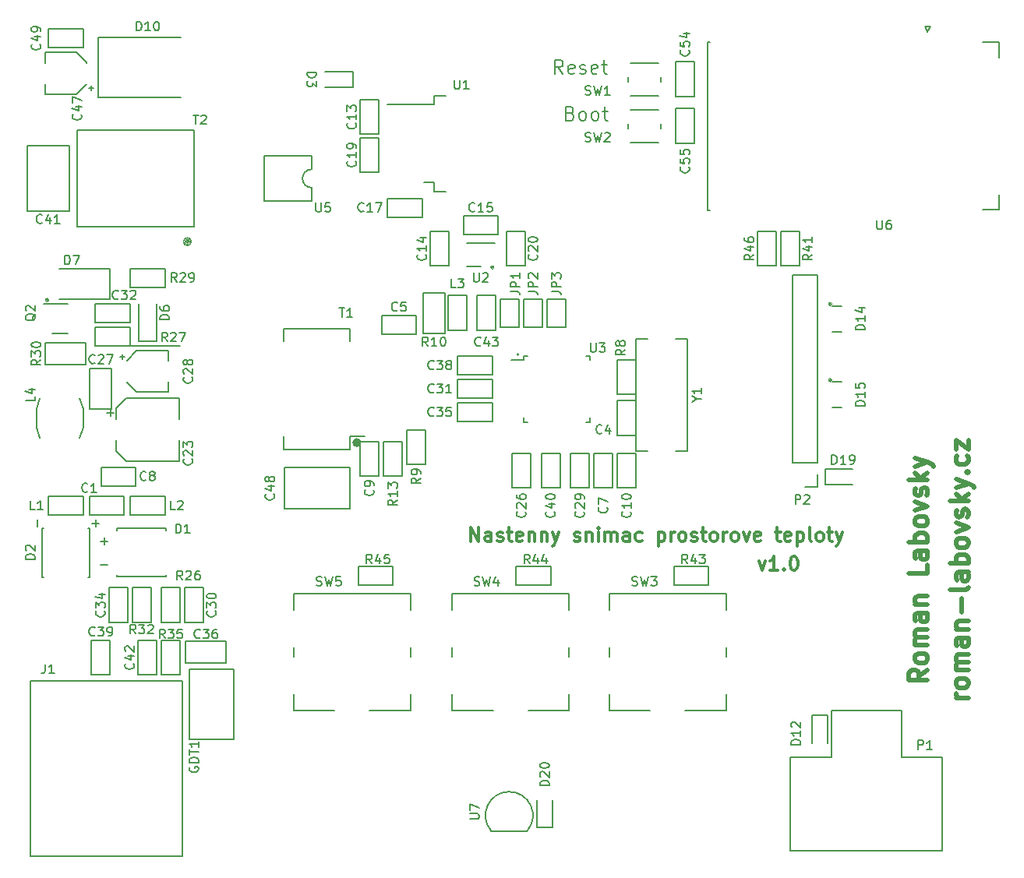
<source format=gto>
G04 #@! TF.GenerationSoftware,KiCad,Pcbnew,(5.1.6)-1*
G04 #@! TF.CreationDate,2021-04-11T16:08:57+02:00*
G04 #@! TF.ProjectId,wall-sensor-of-room-temperature,77616c6c-2d73-4656-9e73-6f722d6f662d,rev?*
G04 #@! TF.SameCoordinates,Original*
G04 #@! TF.FileFunction,Legend,Top*
G04 #@! TF.FilePolarity,Positive*
%FSLAX46Y46*%
G04 Gerber Fmt 4.6, Leading zero omitted, Abs format (unit mm)*
G04 Created by KiCad (PCBNEW (5.1.6)-1) date 2021-04-11 16:08:57*
%MOMM*%
%LPD*%
G01*
G04 APERTURE LIST*
%ADD10C,0.170000*%
%ADD11C,0.200000*%
%ADD12C,0.500000*%
%ADD13C,0.375000*%
%ADD14C,0.120000*%
%ADD15C,0.150000*%
%ADD16R,0.700000X0.410000*%
%ADD17R,1.600000X1.850000*%
%ADD18R,4.700000X1.200000*%
%ADD19R,9.500000X10.900000*%
%ADD20R,0.900000X0.400000*%
%ADD21R,2.800000X1.900000*%
%ADD22R,3.700000X1.900000*%
%ADD23R,4.100000X2.100000*%
%ADD24R,1.300000X0.800000*%
%ADD25R,2.100000X0.900000*%
%ADD26R,1.600000X0.400000*%
%ADD27R,0.400000X1.600000*%
%ADD28R,1.500000X2.600000*%
%ADD29R,5.100000X5.100000*%
%ADD30R,1.000000X2.600000*%
%ADD31C,2.300000*%
%ADD32C,3.300000*%
%ADD33O,1.800000X1.800000*%
%ADD34R,1.800000X1.800000*%
%ADD35R,2.200000X5.700000*%
%ADD36R,1.150000X1.600000*%
%ADD37R,2.100000X1.100000*%
%ADD38R,0.900000X0.900000*%
%ADD39R,1.600000X1.400000*%
%ADD40C,1.750000*%
%ADD41C,3.400000*%
%ADD42R,1.880000X2.300000*%
%ADD43C,1.950000*%
%ADD44C,3.100000*%
%ADD45C,3.600000*%
%ADD46R,1.400000X1.600000*%
%ADD47R,1.600000X1.100000*%
%ADD48R,4.300000X2.100000*%
%ADD49R,3.400000X4.100000*%
%ADD50R,2.600000X2.600000*%
%ADD51R,1.200000X1.200000*%
%ADD52R,1.900000X1.900000*%
%ADD53R,1.700000X4.100000*%
%ADD54R,4.100000X1.700000*%
G04 APERTURE END LIST*
D10*
X50140000Y-104521000D02*
X55626000Y-104521000D01*
D11*
X98016428Y-79267857D02*
X98230714Y-79339285D01*
X98302142Y-79410714D01*
X98373571Y-79553571D01*
X98373571Y-79767857D01*
X98302142Y-79910714D01*
X98230714Y-79982142D01*
X98087857Y-80053571D01*
X97516428Y-80053571D01*
X97516428Y-78553571D01*
X98016428Y-78553571D01*
X98159285Y-78625000D01*
X98230714Y-78696428D01*
X98302142Y-78839285D01*
X98302142Y-78982142D01*
X98230714Y-79125000D01*
X98159285Y-79196428D01*
X98016428Y-79267857D01*
X97516428Y-79267857D01*
X99230714Y-80053571D02*
X99087857Y-79982142D01*
X99016428Y-79910714D01*
X98945000Y-79767857D01*
X98945000Y-79339285D01*
X99016428Y-79196428D01*
X99087857Y-79125000D01*
X99230714Y-79053571D01*
X99445000Y-79053571D01*
X99587857Y-79125000D01*
X99659285Y-79196428D01*
X99730714Y-79339285D01*
X99730714Y-79767857D01*
X99659285Y-79910714D01*
X99587857Y-79982142D01*
X99445000Y-80053571D01*
X99230714Y-80053571D01*
X100587857Y-80053571D02*
X100445000Y-79982142D01*
X100373571Y-79910714D01*
X100302142Y-79767857D01*
X100302142Y-79339285D01*
X100373571Y-79196428D01*
X100445000Y-79125000D01*
X100587857Y-79053571D01*
X100802142Y-79053571D01*
X100945000Y-79125000D01*
X101016428Y-79196428D01*
X101087857Y-79339285D01*
X101087857Y-79767857D01*
X101016428Y-79910714D01*
X100945000Y-79982142D01*
X100802142Y-80053571D01*
X100587857Y-80053571D01*
X101516428Y-79053571D02*
X102087857Y-79053571D01*
X101730714Y-78553571D02*
X101730714Y-79839285D01*
X101802142Y-79982142D01*
X101945000Y-80053571D01*
X102087857Y-80053571D01*
X97202857Y-74973571D02*
X96702857Y-74259285D01*
X96345714Y-74973571D02*
X96345714Y-73473571D01*
X96917142Y-73473571D01*
X97060000Y-73545000D01*
X97131428Y-73616428D01*
X97202857Y-73759285D01*
X97202857Y-73973571D01*
X97131428Y-74116428D01*
X97060000Y-74187857D01*
X96917142Y-74259285D01*
X96345714Y-74259285D01*
X98417142Y-74902142D02*
X98274285Y-74973571D01*
X97988571Y-74973571D01*
X97845714Y-74902142D01*
X97774285Y-74759285D01*
X97774285Y-74187857D01*
X97845714Y-74045000D01*
X97988571Y-73973571D01*
X98274285Y-73973571D01*
X98417142Y-74045000D01*
X98488571Y-74187857D01*
X98488571Y-74330714D01*
X97774285Y-74473571D01*
X99060000Y-74902142D02*
X99202857Y-74973571D01*
X99488571Y-74973571D01*
X99631428Y-74902142D01*
X99702857Y-74759285D01*
X99702857Y-74687857D01*
X99631428Y-74545000D01*
X99488571Y-74473571D01*
X99274285Y-74473571D01*
X99131428Y-74402142D01*
X99060000Y-74259285D01*
X99060000Y-74187857D01*
X99131428Y-74045000D01*
X99274285Y-73973571D01*
X99488571Y-73973571D01*
X99631428Y-74045000D01*
X100917142Y-74902142D02*
X100774285Y-74973571D01*
X100488571Y-74973571D01*
X100345714Y-74902142D01*
X100274285Y-74759285D01*
X100274285Y-74187857D01*
X100345714Y-74045000D01*
X100488571Y-73973571D01*
X100774285Y-73973571D01*
X100917142Y-74045000D01*
X100988571Y-74187857D01*
X100988571Y-74330714D01*
X100274285Y-74473571D01*
X101417142Y-73973571D02*
X101988571Y-73973571D01*
X101631428Y-73473571D02*
X101631428Y-74759285D01*
X101702857Y-74902142D01*
X101845714Y-74973571D01*
X101988571Y-74973571D01*
D12*
X141239761Y-142857380D02*
X139906428Y-142857380D01*
X140287380Y-142857380D02*
X140096904Y-142762142D01*
X140001666Y-142666904D01*
X139906428Y-142476428D01*
X139906428Y-142285952D01*
X141239761Y-141333571D02*
X141144523Y-141524047D01*
X141049285Y-141619285D01*
X140858809Y-141714523D01*
X140287380Y-141714523D01*
X140096904Y-141619285D01*
X140001666Y-141524047D01*
X139906428Y-141333571D01*
X139906428Y-141047857D01*
X140001666Y-140857380D01*
X140096904Y-140762142D01*
X140287380Y-140666904D01*
X140858809Y-140666904D01*
X141049285Y-140762142D01*
X141144523Y-140857380D01*
X141239761Y-141047857D01*
X141239761Y-141333571D01*
X141239761Y-139809761D02*
X139906428Y-139809761D01*
X140096904Y-139809761D02*
X140001666Y-139714523D01*
X139906428Y-139524047D01*
X139906428Y-139238333D01*
X140001666Y-139047857D01*
X140192142Y-138952619D01*
X141239761Y-138952619D01*
X140192142Y-138952619D02*
X140001666Y-138857380D01*
X139906428Y-138666904D01*
X139906428Y-138381190D01*
X140001666Y-138190714D01*
X140192142Y-138095476D01*
X141239761Y-138095476D01*
X141239761Y-136285952D02*
X140192142Y-136285952D01*
X140001666Y-136381190D01*
X139906428Y-136571666D01*
X139906428Y-136952619D01*
X140001666Y-137143095D01*
X141144523Y-136285952D02*
X141239761Y-136476428D01*
X141239761Y-136952619D01*
X141144523Y-137143095D01*
X140954047Y-137238333D01*
X140763571Y-137238333D01*
X140573095Y-137143095D01*
X140477857Y-136952619D01*
X140477857Y-136476428D01*
X140382619Y-136285952D01*
X139906428Y-135333571D02*
X141239761Y-135333571D01*
X140096904Y-135333571D02*
X140001666Y-135238333D01*
X139906428Y-135047857D01*
X139906428Y-134762142D01*
X140001666Y-134571666D01*
X140192142Y-134476428D01*
X141239761Y-134476428D01*
X140477857Y-133524047D02*
X140477857Y-132000238D01*
X141239761Y-130762142D02*
X141144523Y-130952619D01*
X140954047Y-131047857D01*
X139239761Y-131047857D01*
X141239761Y-129143095D02*
X140192142Y-129143095D01*
X140001666Y-129238333D01*
X139906428Y-129428809D01*
X139906428Y-129809761D01*
X140001666Y-130000238D01*
X141144523Y-129143095D02*
X141239761Y-129333571D01*
X141239761Y-129809761D01*
X141144523Y-130000238D01*
X140954047Y-130095476D01*
X140763571Y-130095476D01*
X140573095Y-130000238D01*
X140477857Y-129809761D01*
X140477857Y-129333571D01*
X140382619Y-129143095D01*
X141239761Y-128190714D02*
X139239761Y-128190714D01*
X140001666Y-128190714D02*
X139906428Y-128000238D01*
X139906428Y-127619285D01*
X140001666Y-127428809D01*
X140096904Y-127333571D01*
X140287380Y-127238333D01*
X140858809Y-127238333D01*
X141049285Y-127333571D01*
X141144523Y-127428809D01*
X141239761Y-127619285D01*
X141239761Y-128000238D01*
X141144523Y-128190714D01*
X141239761Y-126095476D02*
X141144523Y-126285952D01*
X141049285Y-126381190D01*
X140858809Y-126476428D01*
X140287380Y-126476428D01*
X140096904Y-126381190D01*
X140001666Y-126285952D01*
X139906428Y-126095476D01*
X139906428Y-125809761D01*
X140001666Y-125619285D01*
X140096904Y-125524047D01*
X140287380Y-125428809D01*
X140858809Y-125428809D01*
X141049285Y-125524047D01*
X141144523Y-125619285D01*
X141239761Y-125809761D01*
X141239761Y-126095476D01*
X139906428Y-124762142D02*
X141239761Y-124285952D01*
X139906428Y-123809761D01*
X141144523Y-123143095D02*
X141239761Y-122952619D01*
X141239761Y-122571666D01*
X141144523Y-122381190D01*
X140954047Y-122285952D01*
X140858809Y-122285952D01*
X140668333Y-122381190D01*
X140573095Y-122571666D01*
X140573095Y-122857380D01*
X140477857Y-123047857D01*
X140287380Y-123143095D01*
X140192142Y-123143095D01*
X140001666Y-123047857D01*
X139906428Y-122857380D01*
X139906428Y-122571666D01*
X140001666Y-122381190D01*
X141239761Y-121428809D02*
X139239761Y-121428809D01*
X140477857Y-121238333D02*
X141239761Y-120666904D01*
X139906428Y-120666904D02*
X140668333Y-121428809D01*
X139906428Y-120000238D02*
X141239761Y-119524047D01*
X139906428Y-119047857D02*
X141239761Y-119524047D01*
X141715952Y-119714523D01*
X141811190Y-119809761D01*
X141906428Y-120000238D01*
X141049285Y-118285952D02*
X141144523Y-118190714D01*
X141239761Y-118285952D01*
X141144523Y-118381190D01*
X141049285Y-118285952D01*
X141239761Y-118285952D01*
X141144523Y-116476428D02*
X141239761Y-116666904D01*
X141239761Y-117047857D01*
X141144523Y-117238333D01*
X141049285Y-117333571D01*
X140858809Y-117428809D01*
X140287380Y-117428809D01*
X140096904Y-117333571D01*
X140001666Y-117238333D01*
X139906428Y-117047857D01*
X139906428Y-116666904D01*
X140001666Y-116476428D01*
X139906428Y-115809761D02*
X139906428Y-114762142D01*
X141239761Y-115809761D01*
X141239761Y-114762142D01*
X136794761Y-139762142D02*
X135842380Y-140428809D01*
X136794761Y-140905000D02*
X134794761Y-140905000D01*
X134794761Y-140143095D01*
X134890000Y-139952619D01*
X134985238Y-139857380D01*
X135175714Y-139762142D01*
X135461428Y-139762142D01*
X135651904Y-139857380D01*
X135747142Y-139952619D01*
X135842380Y-140143095D01*
X135842380Y-140905000D01*
X136794761Y-138619285D02*
X136699523Y-138809761D01*
X136604285Y-138905000D01*
X136413809Y-139000238D01*
X135842380Y-139000238D01*
X135651904Y-138905000D01*
X135556666Y-138809761D01*
X135461428Y-138619285D01*
X135461428Y-138333571D01*
X135556666Y-138143095D01*
X135651904Y-138047857D01*
X135842380Y-137952619D01*
X136413809Y-137952619D01*
X136604285Y-138047857D01*
X136699523Y-138143095D01*
X136794761Y-138333571D01*
X136794761Y-138619285D01*
X136794761Y-137095476D02*
X135461428Y-137095476D01*
X135651904Y-137095476D02*
X135556666Y-137000238D01*
X135461428Y-136809761D01*
X135461428Y-136524047D01*
X135556666Y-136333571D01*
X135747142Y-136238333D01*
X136794761Y-136238333D01*
X135747142Y-136238333D02*
X135556666Y-136143095D01*
X135461428Y-135952619D01*
X135461428Y-135666904D01*
X135556666Y-135476428D01*
X135747142Y-135381190D01*
X136794761Y-135381190D01*
X136794761Y-133571666D02*
X135747142Y-133571666D01*
X135556666Y-133666904D01*
X135461428Y-133857380D01*
X135461428Y-134238333D01*
X135556666Y-134428809D01*
X136699523Y-133571666D02*
X136794761Y-133762142D01*
X136794761Y-134238333D01*
X136699523Y-134428809D01*
X136509047Y-134524047D01*
X136318571Y-134524047D01*
X136128095Y-134428809D01*
X136032857Y-134238333D01*
X136032857Y-133762142D01*
X135937619Y-133571666D01*
X135461428Y-132619285D02*
X136794761Y-132619285D01*
X135651904Y-132619285D02*
X135556666Y-132524047D01*
X135461428Y-132333571D01*
X135461428Y-132047857D01*
X135556666Y-131857380D01*
X135747142Y-131762142D01*
X136794761Y-131762142D01*
X136794761Y-128333571D02*
X136794761Y-129285952D01*
X134794761Y-129285952D01*
X136794761Y-126809761D02*
X135747142Y-126809761D01*
X135556666Y-126905000D01*
X135461428Y-127095476D01*
X135461428Y-127476428D01*
X135556666Y-127666904D01*
X136699523Y-126809761D02*
X136794761Y-127000238D01*
X136794761Y-127476428D01*
X136699523Y-127666904D01*
X136509047Y-127762142D01*
X136318571Y-127762142D01*
X136128095Y-127666904D01*
X136032857Y-127476428D01*
X136032857Y-127000238D01*
X135937619Y-126809761D01*
X136794761Y-125857380D02*
X134794761Y-125857380D01*
X135556666Y-125857380D02*
X135461428Y-125666904D01*
X135461428Y-125285952D01*
X135556666Y-125095476D01*
X135651904Y-125000238D01*
X135842380Y-124905000D01*
X136413809Y-124905000D01*
X136604285Y-125000238D01*
X136699523Y-125095476D01*
X136794761Y-125285952D01*
X136794761Y-125666904D01*
X136699523Y-125857380D01*
X136794761Y-123762142D02*
X136699523Y-123952619D01*
X136604285Y-124047857D01*
X136413809Y-124143095D01*
X135842380Y-124143095D01*
X135651904Y-124047857D01*
X135556666Y-123952619D01*
X135461428Y-123762142D01*
X135461428Y-123476428D01*
X135556666Y-123285952D01*
X135651904Y-123190714D01*
X135842380Y-123095476D01*
X136413809Y-123095476D01*
X136604285Y-123190714D01*
X136699523Y-123285952D01*
X136794761Y-123476428D01*
X136794761Y-123762142D01*
X135461428Y-122428809D02*
X136794761Y-121952619D01*
X135461428Y-121476428D01*
X136699523Y-120809761D02*
X136794761Y-120619285D01*
X136794761Y-120238333D01*
X136699523Y-120047857D01*
X136509047Y-119952619D01*
X136413809Y-119952619D01*
X136223333Y-120047857D01*
X136128095Y-120238333D01*
X136128095Y-120524047D01*
X136032857Y-120714523D01*
X135842380Y-120809761D01*
X135747142Y-120809761D01*
X135556666Y-120714523D01*
X135461428Y-120524047D01*
X135461428Y-120238333D01*
X135556666Y-120047857D01*
X136794761Y-119095476D02*
X134794761Y-119095476D01*
X136032857Y-118905000D02*
X136794761Y-118333571D01*
X135461428Y-118333571D02*
X136223333Y-119095476D01*
X135461428Y-117666904D02*
X136794761Y-117190714D01*
X135461428Y-116714523D02*
X136794761Y-117190714D01*
X137270952Y-117381190D01*
X137366190Y-117476428D01*
X137461428Y-117666904D01*
D13*
X118507142Y-127948571D02*
X118864285Y-128948571D01*
X119221428Y-127948571D01*
X120578571Y-128948571D02*
X119721428Y-128948571D01*
X120150000Y-128948571D02*
X120150000Y-127448571D01*
X120007142Y-127662857D01*
X119864285Y-127805714D01*
X119721428Y-127877142D01*
X121221428Y-128805714D02*
X121292857Y-128877142D01*
X121221428Y-128948571D01*
X121150000Y-128877142D01*
X121221428Y-128805714D01*
X121221428Y-128948571D01*
X122221428Y-127448571D02*
X122364285Y-127448571D01*
X122507142Y-127520000D01*
X122578571Y-127591428D01*
X122650000Y-127734285D01*
X122721428Y-128020000D01*
X122721428Y-128377142D01*
X122650000Y-128662857D01*
X122578571Y-128805714D01*
X122507142Y-128877142D01*
X122364285Y-128948571D01*
X122221428Y-128948571D01*
X122078571Y-128877142D01*
X122007142Y-128805714D01*
X121935714Y-128662857D01*
X121864285Y-128377142D01*
X121864285Y-128020000D01*
X121935714Y-127734285D01*
X122007142Y-127591428D01*
X122078571Y-127520000D01*
X122221428Y-127448571D01*
X87207857Y-125773571D02*
X87207857Y-124273571D01*
X88064999Y-125773571D01*
X88064999Y-124273571D01*
X89422142Y-125773571D02*
X89422142Y-124987857D01*
X89350714Y-124845000D01*
X89207857Y-124773571D01*
X88922142Y-124773571D01*
X88779285Y-124845000D01*
X89422142Y-125702142D02*
X89279285Y-125773571D01*
X88922142Y-125773571D01*
X88779285Y-125702142D01*
X88707857Y-125559285D01*
X88707857Y-125416428D01*
X88779285Y-125273571D01*
X88922142Y-125202142D01*
X89279285Y-125202142D01*
X89422142Y-125130714D01*
X90064999Y-125702142D02*
X90207857Y-125773571D01*
X90493571Y-125773571D01*
X90636428Y-125702142D01*
X90707857Y-125559285D01*
X90707857Y-125487857D01*
X90636428Y-125345000D01*
X90493571Y-125273571D01*
X90279285Y-125273571D01*
X90136428Y-125202142D01*
X90064999Y-125059285D01*
X90064999Y-124987857D01*
X90136428Y-124845000D01*
X90279285Y-124773571D01*
X90493571Y-124773571D01*
X90636428Y-124845000D01*
X91136428Y-124773571D02*
X91707857Y-124773571D01*
X91350714Y-124273571D02*
X91350714Y-125559285D01*
X91422142Y-125702142D01*
X91564999Y-125773571D01*
X91707857Y-125773571D01*
X92779285Y-125702142D02*
X92636428Y-125773571D01*
X92350714Y-125773571D01*
X92207857Y-125702142D01*
X92136428Y-125559285D01*
X92136428Y-124987857D01*
X92207857Y-124845000D01*
X92350714Y-124773571D01*
X92636428Y-124773571D01*
X92779285Y-124845000D01*
X92850714Y-124987857D01*
X92850714Y-125130714D01*
X92136428Y-125273571D01*
X93493571Y-124773571D02*
X93493571Y-125773571D01*
X93493571Y-124916428D02*
X93564999Y-124845000D01*
X93707857Y-124773571D01*
X93922142Y-124773571D01*
X94064999Y-124845000D01*
X94136428Y-124987857D01*
X94136428Y-125773571D01*
X94850714Y-124773571D02*
X94850714Y-125773571D01*
X94850714Y-124916428D02*
X94922142Y-124845000D01*
X95064999Y-124773571D01*
X95279285Y-124773571D01*
X95422142Y-124845000D01*
X95493571Y-124987857D01*
X95493571Y-125773571D01*
X96064999Y-124773571D02*
X96422142Y-125773571D01*
X96779285Y-124773571D02*
X96422142Y-125773571D01*
X96279285Y-126130714D01*
X96207857Y-126202142D01*
X96064999Y-126273571D01*
X98422142Y-125702142D02*
X98564999Y-125773571D01*
X98850714Y-125773571D01*
X98993571Y-125702142D01*
X99064999Y-125559285D01*
X99064999Y-125487857D01*
X98993571Y-125345000D01*
X98850714Y-125273571D01*
X98636428Y-125273571D01*
X98493571Y-125202142D01*
X98422142Y-125059285D01*
X98422142Y-124987857D01*
X98493571Y-124845000D01*
X98636428Y-124773571D01*
X98850714Y-124773571D01*
X98993571Y-124845000D01*
X99707857Y-124773571D02*
X99707857Y-125773571D01*
X99707857Y-124916428D02*
X99779285Y-124845000D01*
X99922142Y-124773571D01*
X100136428Y-124773571D01*
X100279285Y-124845000D01*
X100350714Y-124987857D01*
X100350714Y-125773571D01*
X101064999Y-125773571D02*
X101064999Y-124773571D01*
X101064999Y-124273571D02*
X100993571Y-124345000D01*
X101064999Y-124416428D01*
X101136428Y-124345000D01*
X101064999Y-124273571D01*
X101064999Y-124416428D01*
X101779285Y-125773571D02*
X101779285Y-124773571D01*
X101779285Y-124916428D02*
X101850714Y-124845000D01*
X101993571Y-124773571D01*
X102207857Y-124773571D01*
X102350714Y-124845000D01*
X102422142Y-124987857D01*
X102422142Y-125773571D01*
X102422142Y-124987857D02*
X102493571Y-124845000D01*
X102636428Y-124773571D01*
X102850714Y-124773571D01*
X102993571Y-124845000D01*
X103064999Y-124987857D01*
X103064999Y-125773571D01*
X104422142Y-125773571D02*
X104422142Y-124987857D01*
X104350714Y-124845000D01*
X104207857Y-124773571D01*
X103922142Y-124773571D01*
X103779285Y-124845000D01*
X104422142Y-125702142D02*
X104279285Y-125773571D01*
X103922142Y-125773571D01*
X103779285Y-125702142D01*
X103707857Y-125559285D01*
X103707857Y-125416428D01*
X103779285Y-125273571D01*
X103922142Y-125202142D01*
X104279285Y-125202142D01*
X104422142Y-125130714D01*
X105779285Y-125702142D02*
X105636428Y-125773571D01*
X105350714Y-125773571D01*
X105207857Y-125702142D01*
X105136428Y-125630714D01*
X105064999Y-125487857D01*
X105064999Y-125059285D01*
X105136428Y-124916428D01*
X105207857Y-124845000D01*
X105350714Y-124773571D01*
X105636428Y-124773571D01*
X105779285Y-124845000D01*
X107564999Y-124773571D02*
X107564999Y-126273571D01*
X107564999Y-124845000D02*
X107707857Y-124773571D01*
X107993571Y-124773571D01*
X108136428Y-124845000D01*
X108207857Y-124916428D01*
X108279285Y-125059285D01*
X108279285Y-125487857D01*
X108207857Y-125630714D01*
X108136428Y-125702142D01*
X107993571Y-125773571D01*
X107707857Y-125773571D01*
X107564999Y-125702142D01*
X108922142Y-125773571D02*
X108922142Y-124773571D01*
X108922142Y-125059285D02*
X108993571Y-124916428D01*
X109064999Y-124845000D01*
X109207857Y-124773571D01*
X109350714Y-124773571D01*
X110064999Y-125773571D02*
X109922142Y-125702142D01*
X109850714Y-125630714D01*
X109779285Y-125487857D01*
X109779285Y-125059285D01*
X109850714Y-124916428D01*
X109922142Y-124845000D01*
X110064999Y-124773571D01*
X110279285Y-124773571D01*
X110422142Y-124845000D01*
X110493571Y-124916428D01*
X110564999Y-125059285D01*
X110564999Y-125487857D01*
X110493571Y-125630714D01*
X110422142Y-125702142D01*
X110279285Y-125773571D01*
X110064999Y-125773571D01*
X111136428Y-125702142D02*
X111279285Y-125773571D01*
X111564999Y-125773571D01*
X111707857Y-125702142D01*
X111779285Y-125559285D01*
X111779285Y-125487857D01*
X111707857Y-125345000D01*
X111564999Y-125273571D01*
X111350714Y-125273571D01*
X111207857Y-125202142D01*
X111136428Y-125059285D01*
X111136428Y-124987857D01*
X111207857Y-124845000D01*
X111350714Y-124773571D01*
X111564999Y-124773571D01*
X111707857Y-124845000D01*
X112207857Y-124773571D02*
X112779285Y-124773571D01*
X112422142Y-124273571D02*
X112422142Y-125559285D01*
X112493571Y-125702142D01*
X112636428Y-125773571D01*
X112779285Y-125773571D01*
X113493571Y-125773571D02*
X113350714Y-125702142D01*
X113279285Y-125630714D01*
X113207857Y-125487857D01*
X113207857Y-125059285D01*
X113279285Y-124916428D01*
X113350714Y-124845000D01*
X113493571Y-124773571D01*
X113707857Y-124773571D01*
X113850714Y-124845000D01*
X113922142Y-124916428D01*
X113993571Y-125059285D01*
X113993571Y-125487857D01*
X113922142Y-125630714D01*
X113850714Y-125702142D01*
X113707857Y-125773571D01*
X113493571Y-125773571D01*
X114636428Y-125773571D02*
X114636428Y-124773571D01*
X114636428Y-125059285D02*
X114707857Y-124916428D01*
X114779285Y-124845000D01*
X114922142Y-124773571D01*
X115064999Y-124773571D01*
X115779285Y-125773571D02*
X115636428Y-125702142D01*
X115564999Y-125630714D01*
X115493571Y-125487857D01*
X115493571Y-125059285D01*
X115564999Y-124916428D01*
X115636428Y-124845000D01*
X115779285Y-124773571D01*
X115993571Y-124773571D01*
X116136428Y-124845000D01*
X116207857Y-124916428D01*
X116279285Y-125059285D01*
X116279285Y-125487857D01*
X116207857Y-125630714D01*
X116136428Y-125702142D01*
X115993571Y-125773571D01*
X115779285Y-125773571D01*
X116779285Y-124773571D02*
X117136428Y-125773571D01*
X117493571Y-124773571D01*
X118636428Y-125702142D02*
X118493571Y-125773571D01*
X118207857Y-125773571D01*
X118064999Y-125702142D01*
X117993571Y-125559285D01*
X117993571Y-124987857D01*
X118064999Y-124845000D01*
X118207857Y-124773571D01*
X118493571Y-124773571D01*
X118636428Y-124845000D01*
X118707857Y-124987857D01*
X118707857Y-125130714D01*
X117993571Y-125273571D01*
X120279285Y-124773571D02*
X120850714Y-124773571D01*
X120493571Y-124273571D02*
X120493571Y-125559285D01*
X120564999Y-125702142D01*
X120707857Y-125773571D01*
X120850714Y-125773571D01*
X121922142Y-125702142D02*
X121779285Y-125773571D01*
X121493571Y-125773571D01*
X121350714Y-125702142D01*
X121279285Y-125559285D01*
X121279285Y-124987857D01*
X121350714Y-124845000D01*
X121493571Y-124773571D01*
X121779285Y-124773571D01*
X121922142Y-124845000D01*
X121993571Y-124987857D01*
X121993571Y-125130714D01*
X121279285Y-125273571D01*
X122636428Y-124773571D02*
X122636428Y-126273571D01*
X122636428Y-124845000D02*
X122779285Y-124773571D01*
X123064999Y-124773571D01*
X123207857Y-124845000D01*
X123279285Y-124916428D01*
X123350714Y-125059285D01*
X123350714Y-125487857D01*
X123279285Y-125630714D01*
X123207857Y-125702142D01*
X123064999Y-125773571D01*
X122779285Y-125773571D01*
X122636428Y-125702142D01*
X124207857Y-125773571D02*
X124064999Y-125702142D01*
X123993571Y-125559285D01*
X123993571Y-124273571D01*
X124993571Y-125773571D02*
X124850714Y-125702142D01*
X124779285Y-125630714D01*
X124707857Y-125487857D01*
X124707857Y-125059285D01*
X124779285Y-124916428D01*
X124850714Y-124845000D01*
X124993571Y-124773571D01*
X125207857Y-124773571D01*
X125350714Y-124845000D01*
X125422142Y-124916428D01*
X125493571Y-125059285D01*
X125493571Y-125487857D01*
X125422142Y-125630714D01*
X125350714Y-125702142D01*
X125207857Y-125773571D01*
X124993571Y-125773571D01*
X125922142Y-124773571D02*
X126493571Y-124773571D01*
X126136428Y-124273571D02*
X126136428Y-125559285D01*
X126207857Y-125702142D01*
X126350714Y-125773571D01*
X126493571Y-125773571D01*
X126850714Y-124773571D02*
X127207857Y-125773571D01*
X127564999Y-124773571D02*
X127207857Y-125773571D01*
X127064999Y-126130714D01*
X126993571Y-126202142D01*
X126850714Y-126273571D01*
D14*
X89598500Y-96012000D02*
G75*
G03*
X89598500Y-96012000I-63500J0D01*
G01*
X89662000Y-96012000D02*
G75*
G03*
X89662000Y-96012000I-127000J0D01*
G01*
X89725500Y-96012000D02*
G75*
G03*
X89725500Y-96012000I-190500J0D01*
G01*
D10*
X89765000Y-93345000D02*
X86765000Y-93345000D01*
X88265000Y-95885000D02*
X86765000Y-95885000D01*
X84509000Y-87750000D02*
X83210000Y-87750000D01*
X83210000Y-86800000D02*
X82110000Y-86800000D01*
X83210000Y-78300000D02*
X78085000Y-78300000D01*
X83210000Y-77350000D02*
X83210000Y-78300000D01*
X83210000Y-87750000D02*
X83210000Y-86800000D01*
X84509000Y-77350000D02*
X83210000Y-77350000D01*
D14*
X126301500Y-108267500D02*
G75*
G03*
X126301500Y-108267500I-63500J0D01*
G01*
X126365000Y-108267500D02*
G75*
G03*
X126365000Y-108267500I-127000J0D01*
G01*
X126428500Y-108267500D02*
G75*
G03*
X126428500Y-108267500I-190500J0D01*
G01*
D10*
X126809500Y-108458000D02*
X126492000Y-108458000D01*
X127508000Y-108458000D02*
X126809500Y-108458000D01*
X127508000Y-111252000D02*
X126492000Y-111252000D01*
D14*
X126301500Y-100012500D02*
G75*
G03*
X126301500Y-100012500I-63500J0D01*
G01*
X126365000Y-100012500D02*
G75*
G03*
X126365000Y-100012500I-127000J0D01*
G01*
X126428500Y-100012500D02*
G75*
G03*
X126428500Y-100012500I-190500J0D01*
G01*
D10*
X126809500Y-100203000D02*
X126492000Y-100203000D01*
X127508000Y-100203000D02*
X126809500Y-100203000D01*
X127508000Y-102997000D02*
X126492000Y-102997000D01*
X40920000Y-77190000D02*
X40920000Y-76073000D01*
X46180000Y-76490000D02*
X45680000Y-76490000D01*
X45440000Y-73734437D02*
X44375563Y-72670000D01*
X45440000Y-76125563D02*
X44375563Y-77190000D01*
X45440000Y-76125563D02*
X45440000Y-76073000D01*
X44375563Y-77190000D02*
X40920000Y-77190000D01*
X40920000Y-72670000D02*
X40920000Y-73787000D01*
X45930000Y-76740000D02*
X45930000Y-76240000D01*
X45440000Y-73734437D02*
X45440000Y-73787000D01*
X44375563Y-72670000D02*
X40920000Y-72670000D01*
X54330000Y-105055000D02*
X54330000Y-106172000D01*
X49070000Y-105755000D02*
X49570000Y-105755000D01*
X49810000Y-108510563D02*
X50874437Y-109575000D01*
X49810000Y-106119437D02*
X50874437Y-105055000D01*
X49810000Y-106119437D02*
X49810000Y-106172000D01*
X50874437Y-105055000D02*
X54330000Y-105055000D01*
X54330000Y-109575000D02*
X54330000Y-108458000D01*
X49320000Y-105505000D02*
X49320000Y-106005000D01*
X49810000Y-108510563D02*
X49810000Y-108458000D01*
X50874437Y-109575000D02*
X54330000Y-109575000D01*
X55480000Y-110255000D02*
X55480000Y-112522000D01*
X49724437Y-117075000D02*
X55480000Y-117075000D01*
X47632500Y-111817500D02*
X48420000Y-111817500D01*
X49724437Y-110255000D02*
X55480000Y-110255000D01*
X48660000Y-116010563D02*
X48660000Y-114808000D01*
X48660000Y-111319437D02*
X48660000Y-112522000D01*
X48026250Y-111423750D02*
X48026250Y-112211250D01*
X55480000Y-117075000D02*
X55480000Y-114808000D01*
X48660000Y-116010563D02*
X49724437Y-117075000D01*
X48660000Y-111319437D02*
X49724437Y-110255000D01*
X45085000Y-111379000D02*
X44704000Y-110236000D01*
X45085000Y-113411000D02*
X45085000Y-111379000D01*
X44704000Y-114554000D02*
X45085000Y-113411000D01*
X40005000Y-111379000D02*
X40386000Y-110236000D01*
X40005000Y-111633000D02*
X40005000Y-111379000D01*
X40005000Y-113411000D02*
X40005000Y-111633000D01*
X40386000Y-114554000D02*
X40005000Y-113411000D01*
X43395000Y-103200000D02*
X41695000Y-103200000D01*
X43395000Y-100000000D02*
X40795000Y-100000000D01*
D14*
X41338500Y-99568000D02*
G75*
G03*
X41338500Y-99568000I-190500J0D01*
G01*
X41275000Y-99568000D02*
G75*
G03*
X41275000Y-99568000I-127000J0D01*
G01*
X41211500Y-99568000D02*
G75*
G03*
X41211500Y-99568000I-63500J0D01*
G01*
D10*
X74085000Y-104013000D02*
X74085000Y-102670000D01*
X74085000Y-115770000D02*
X66885000Y-115770000D01*
X74085000Y-114363500D02*
X74085000Y-115770000D01*
X75685000Y-114363500D02*
X74085000Y-114363500D01*
X74085000Y-102670000D02*
X66885000Y-102670000D01*
X66885000Y-102670000D02*
X66885000Y-104013000D01*
X66885000Y-115770000D02*
X66885000Y-114363500D01*
D14*
X75126788Y-115062000D02*
G75*
G03*
X75126788Y-115062000I-323788J0D01*
G01*
X75064817Y-115062000D02*
G75*
G03*
X75064817Y-115062000I-261817J0D01*
G01*
X74993500Y-115062000D02*
G75*
G03*
X74993500Y-115062000I-190500J0D01*
G01*
X74944990Y-115062000D02*
G75*
G03*
X74944990Y-115062000I-141990J0D01*
G01*
X74866500Y-115062000D02*
G75*
G03*
X74866500Y-115062000I-63500J0D01*
G01*
X75189255Y-115062000D02*
G75*
G03*
X75189255Y-115062000I-386255J0D01*
G01*
X75252013Y-115062000D02*
G75*
G03*
X75252013Y-115062000I-449013J0D01*
G01*
X92456000Y-105473500D02*
G75*
G03*
X92456000Y-105473500I-127000J0D01*
G01*
X92392500Y-105473500D02*
G75*
G03*
X92392500Y-105473500I-63500J0D01*
G01*
D10*
X93360000Y-112830000D02*
X92910000Y-112830000D01*
X100130000Y-112830000D02*
X100130000Y-112380000D01*
X92910000Y-106060000D02*
X91620000Y-106060000D01*
X92910000Y-112830000D02*
X92910000Y-112380000D01*
X92910000Y-105610000D02*
X92910000Y-106060000D01*
X100130000Y-105610000D02*
X100130000Y-106060000D01*
X99680000Y-105610000D02*
X100130000Y-105610000D01*
X99680000Y-112830000D02*
X100130000Y-112830000D01*
X93360000Y-105610000D02*
X92910000Y-105610000D01*
D14*
X56438800Y-93218000D02*
G75*
G03*
X56438800Y-93218000I-50800J0D01*
G01*
X56515000Y-93218000D02*
G75*
G03*
X56515000Y-93218000I-127000J0D01*
G01*
X56789609Y-93218000D02*
G75*
G03*
X56789609Y-93218000I-401609J0D01*
G01*
X56567605Y-93218000D02*
G75*
G03*
X56567605Y-93218000I-179605J0D01*
G01*
X56671981Y-93218000D02*
G75*
G03*
X56671981Y-93218000I-283981J0D01*
G01*
X56845905Y-93218000D02*
G75*
G03*
X56845905Y-93218000I-457905J0D01*
G01*
D10*
X44450000Y-91610000D02*
X57150000Y-91610000D01*
X57150000Y-91610000D02*
X57150000Y-81110000D01*
X57150000Y-81110000D02*
X44450000Y-81110000D01*
X44450000Y-81110000D02*
X44450000Y-91610000D01*
X112903000Y-89789000D02*
X113157000Y-89789000D01*
X112903000Y-71501000D02*
X112903000Y-89789000D01*
X113157000Y-71501000D02*
X112903000Y-71501000D01*
X136567680Y-69811691D02*
X137117680Y-69811691D01*
X144545000Y-71520000D02*
X144545000Y-73215000D01*
X142830000Y-71520000D02*
X144545000Y-71520000D01*
X136827680Y-70411691D02*
X136567680Y-69811691D01*
X137117680Y-69811691D02*
X136827680Y-70411691D01*
X142835000Y-89775000D02*
X144545000Y-89775000D01*
X144545000Y-89775000D02*
X144545000Y-88085000D01*
X124845000Y-117260000D02*
X124845000Y-96880000D01*
X124845000Y-117260000D02*
X122185000Y-117260000D01*
X124845000Y-96880000D02*
X122185000Y-96880000D01*
X122185000Y-117260000D02*
X122185000Y-96880000D01*
X124845000Y-119860000D02*
X123515000Y-119860000D01*
X124845000Y-118530000D02*
X124845000Y-119860000D01*
X109474000Y-103759000D02*
X110490000Y-103759000D01*
X110490000Y-103759000D02*
X110744000Y-103759000D01*
X110744000Y-103759000D02*
X110744000Y-115951000D01*
X110744000Y-115951000D02*
X109474000Y-115951000D01*
X106426000Y-115951000D02*
X105156000Y-115951000D01*
X105156000Y-115951000D02*
X105156000Y-103759000D01*
X105156000Y-103759000D02*
X106426000Y-103759000D01*
X89420000Y-157275000D02*
X93270000Y-157275000D01*
X93307559Y-157266334D02*
G75*
G03*
X89420000Y-157275000I-1947559J1691334D01*
G01*
X107569000Y-82423000D02*
X104521000Y-82423000D01*
X107569000Y-78867000D02*
X104521000Y-78867000D01*
X107823000Y-80899000D02*
X107823000Y-80391000D01*
X104267000Y-80899000D02*
X104267000Y-80391000D01*
X107569000Y-77343000D02*
X104521000Y-77343000D01*
X107569000Y-73787000D02*
X104521000Y-73787000D01*
X107823000Y-75819000D02*
X107823000Y-75311000D01*
X104267000Y-75819000D02*
X104267000Y-75311000D01*
X94400000Y-156908500D02*
X94400000Y-153890000D01*
X96100000Y-156908500D02*
X96100000Y-153890000D01*
X94400000Y-156908500D02*
X96100000Y-156908500D01*
X118364000Y-92100000D02*
X120396000Y-92100000D01*
X118364000Y-95860000D02*
X120396000Y-95860000D01*
X120396000Y-92100000D02*
X120396000Y-95860000D01*
X118364000Y-92100000D02*
X118364000Y-95860000D01*
X48006000Y-136550000D02*
X45974000Y-136550000D01*
X45974000Y-140310000D02*
X45974000Y-136550000D01*
X48006000Y-140310000D02*
X45974000Y-140310000D01*
X48006000Y-140310000D02*
X48006000Y-136550000D01*
X39370000Y-141605000D02*
X39370000Y-160020000D01*
X39370000Y-160020000D02*
X55880000Y-160020000D01*
X55880000Y-160020000D02*
X55880000Y-140970000D01*
X55880000Y-140970000D02*
X39370000Y-140970000D01*
X39370000Y-140970000D02*
X39370000Y-141605000D01*
X64710000Y-88810000D02*
X69910000Y-88810000D01*
X64710000Y-83910000D02*
X64710000Y-88810000D01*
X69910000Y-85360000D02*
X69910000Y-83910000D01*
X69910000Y-88810000D02*
X69910000Y-87360000D01*
X69910000Y-83910000D02*
X64710000Y-83910000D01*
X69910000Y-87360000D02*
G75*
G02*
X69910000Y-85360000I0J1000000D01*
G01*
X67945000Y-133223000D02*
X67945000Y-131445000D01*
X67945000Y-131445000D02*
X80645000Y-131445000D01*
X80645000Y-131445000D02*
X80645000Y-133223000D01*
X67945000Y-142367000D02*
X67945000Y-144145000D01*
X67945000Y-144145000D02*
X72390000Y-144145000D01*
X76200000Y-144145000D02*
X80645000Y-144145000D01*
X80645000Y-144145000D02*
X80645000Y-142367000D01*
X67945000Y-137287000D02*
X67945000Y-138303000D01*
X80645000Y-137287000D02*
X80645000Y-138303000D01*
X85150000Y-133223000D02*
X85150000Y-131445000D01*
X85150000Y-131445000D02*
X97850000Y-131445000D01*
X97850000Y-131445000D02*
X97850000Y-133223000D01*
X85150000Y-142367000D02*
X85150000Y-144145000D01*
X85150000Y-144145000D02*
X89595000Y-144145000D01*
X93405000Y-144145000D02*
X97850000Y-144145000D01*
X97850000Y-144145000D02*
X97850000Y-142367000D01*
X85150000Y-137287000D02*
X85150000Y-138303000D01*
X97850000Y-137287000D02*
X97850000Y-138303000D01*
X102235000Y-133223000D02*
X102235000Y-131445000D01*
X102235000Y-131445000D02*
X114935000Y-131445000D01*
X114935000Y-131445000D02*
X114935000Y-133223000D01*
X102235000Y-142367000D02*
X102235000Y-144145000D01*
X102235000Y-144145000D02*
X106680000Y-144145000D01*
X110490000Y-144145000D02*
X114935000Y-144145000D01*
X114935000Y-144145000D02*
X114935000Y-142367000D01*
X102235000Y-137287000D02*
X102235000Y-138303000D01*
X114935000Y-137287000D02*
X114935000Y-138303000D01*
X74955000Y-130556000D02*
X74955000Y-128524000D01*
X78715000Y-130556000D02*
X78715000Y-128524000D01*
X74955000Y-128524000D02*
X78715000Y-128524000D01*
X74955000Y-130556000D02*
X78715000Y-130556000D01*
X92100000Y-130556000D02*
X92100000Y-128524000D01*
X95860000Y-130556000D02*
X95860000Y-128524000D01*
X92100000Y-128524000D02*
X95860000Y-128524000D01*
X92100000Y-130556000D02*
X95860000Y-130556000D01*
X109245000Y-130556000D02*
X109245000Y-128524000D01*
X113005000Y-130556000D02*
X113005000Y-128524000D01*
X109245000Y-128524000D02*
X113005000Y-128524000D01*
X109245000Y-130556000D02*
X113005000Y-130556000D01*
X122936000Y-95860000D02*
X120904000Y-95860000D01*
X122936000Y-92100000D02*
X120904000Y-92100000D01*
X120904000Y-95860000D02*
X120904000Y-92100000D01*
X122936000Y-95860000D02*
X122936000Y-92100000D01*
X53594000Y-136550000D02*
X55626000Y-136550000D01*
X53594000Y-140310000D02*
X55626000Y-140310000D01*
X55626000Y-136550000D02*
X55626000Y-140310000D01*
X53594000Y-136550000D02*
X53594000Y-140310000D01*
X50419000Y-130835000D02*
X52451000Y-130835000D01*
X50419000Y-134595000D02*
X52451000Y-134595000D01*
X52451000Y-130835000D02*
X52451000Y-134595000D01*
X50419000Y-130835000D02*
X50419000Y-134595000D01*
X45380000Y-104230000D02*
X45380000Y-106590000D01*
X40980000Y-104230000D02*
X45380000Y-104230000D01*
X40980000Y-106590000D02*
X40980000Y-104230000D01*
X45380000Y-106590000D02*
X40980000Y-106590000D01*
X50190000Y-98171000D02*
X50190000Y-96139000D01*
X53950000Y-98171000D02*
X53950000Y-96139000D01*
X50190000Y-96139000D02*
X53950000Y-96139000D01*
X50190000Y-98171000D02*
X53950000Y-98171000D01*
X50140000Y-102489000D02*
X50140000Y-104521000D01*
X46380000Y-102489000D02*
X46380000Y-104521000D01*
X50140000Y-104521000D02*
X46380000Y-104521000D01*
X50140000Y-102489000D02*
X46380000Y-102489000D01*
X53594000Y-130835000D02*
X55626000Y-130835000D01*
X53594000Y-134595000D02*
X55626000Y-134595000D01*
X55626000Y-130835000D02*
X55626000Y-134595000D01*
X53594000Y-130835000D02*
X53594000Y-134595000D01*
X79756000Y-118720000D02*
X77724000Y-118720000D01*
X79756000Y-114960000D02*
X77724000Y-114960000D01*
X77724000Y-118720000D02*
X77724000Y-114960000D01*
X79756000Y-118720000D02*
X79756000Y-114960000D01*
X82005000Y-98765000D02*
X84365000Y-98765000D01*
X82005000Y-103165000D02*
X82005000Y-98765000D01*
X84365000Y-103165000D02*
X82005000Y-103165000D01*
X84365000Y-98765000D02*
X84365000Y-103165000D01*
X82296000Y-117450000D02*
X80264000Y-117450000D01*
X82296000Y-113690000D02*
X80264000Y-113690000D01*
X80264000Y-117450000D02*
X80264000Y-113690000D01*
X82296000Y-117450000D02*
X82296000Y-113690000D01*
X103124000Y-106070000D02*
X105156000Y-106070000D01*
X103124000Y-109830000D02*
X105156000Y-109830000D01*
X105156000Y-106070000D02*
X105156000Y-109830000D01*
X103124000Y-106070000D02*
X103124000Y-109830000D01*
X121920000Y-159385000D02*
X138430000Y-159385000D01*
X121920000Y-149225000D02*
X121920000Y-159385000D01*
X126365000Y-149225000D02*
X121920000Y-149225000D01*
X126365000Y-144145000D02*
X126365000Y-149225000D01*
X133985000Y-144145000D02*
X126365000Y-144145000D01*
X133985000Y-149225000D02*
X133985000Y-144145000D01*
X138430000Y-149225000D02*
X133985000Y-149225000D01*
X138430000Y-159385000D02*
X138430000Y-149225000D01*
X84709000Y-99085000D02*
X86741000Y-99085000D01*
X84709000Y-102845000D02*
X86741000Y-102845000D01*
X86741000Y-99085000D02*
X86741000Y-102845000D01*
X84709000Y-99085000D02*
X84709000Y-102845000D01*
X50190000Y-122936000D02*
X50190000Y-120904000D01*
X53950000Y-122936000D02*
X53950000Y-120904000D01*
X50190000Y-120904000D02*
X53950000Y-120904000D01*
X50190000Y-122936000D02*
X53950000Y-122936000D01*
X45060000Y-120904000D02*
X45060000Y-122936000D01*
X41300000Y-120904000D02*
X41300000Y-122936000D01*
X45060000Y-122936000D02*
X41300000Y-122936000D01*
X45060000Y-120904000D02*
X41300000Y-120904000D01*
X90424000Y-102489000D02*
X90424000Y-99441000D01*
X90424000Y-99441000D02*
X92456000Y-99441000D01*
X92456000Y-102489000D02*
X90424000Y-102489000D01*
X92456000Y-99441000D02*
X92456000Y-102489000D01*
X92964000Y-102489000D02*
X92964000Y-99441000D01*
X92964000Y-99441000D02*
X94996000Y-99441000D01*
X94996000Y-102489000D02*
X92964000Y-102489000D01*
X94996000Y-99441000D02*
X94996000Y-102489000D01*
X95504000Y-102489000D02*
X95504000Y-99441000D01*
X95504000Y-99441000D02*
X97536000Y-99441000D01*
X97536000Y-102489000D02*
X95504000Y-102489000D01*
X97536000Y-99441000D02*
X97536000Y-102489000D01*
X61468000Y-147320000D02*
X61468000Y-139700000D01*
X56642000Y-147320000D02*
X61468000Y-147320000D01*
X56642000Y-139700000D02*
X56642000Y-147320000D01*
X61468000Y-139700000D02*
X56642000Y-139700000D01*
X125666500Y-117895000D02*
X128685000Y-117895000D01*
X125666500Y-119595000D02*
X128685000Y-119595000D01*
X125666500Y-117895000D02*
X125666500Y-119595000D01*
X125945000Y-144716500D02*
X125945000Y-147735000D01*
X124245000Y-144716500D02*
X124245000Y-147735000D01*
X125945000Y-144716500D02*
X124245000Y-144716500D01*
X46736000Y-71043800D02*
X55670000Y-71045000D01*
X46736000Y-77545000D02*
X46736000Y-71045000D01*
X46736000Y-77545000D02*
X55670000Y-77545000D01*
X48006000Y-99441000D02*
X42450000Y-99440000D01*
X48006000Y-99441000D02*
X48006000Y-96141000D01*
X48006000Y-96141000D02*
X42450000Y-96140000D01*
X53070000Y-104013000D02*
X53070000Y-99950000D01*
X51070000Y-104013000D02*
X53070000Y-104013000D01*
X51070000Y-104013000D02*
X51070000Y-99950000D01*
X74358500Y-76415000D02*
X71340000Y-76415000D01*
X74358500Y-74715000D02*
X71340000Y-74715000D01*
X74358500Y-76415000D02*
X74358500Y-74715000D01*
X45780000Y-129650000D02*
X45780000Y-128000000D01*
X40580000Y-124350000D02*
X40580000Y-129650000D01*
X45780000Y-128016000D02*
X45783500Y-124333000D01*
X40576500Y-124333000D02*
X40767000Y-124333000D01*
X40576500Y-129667000D02*
X40767000Y-129667000D01*
X45783500Y-124333000D02*
X45593000Y-124333000D01*
X45783500Y-129667000D02*
X45593000Y-129667000D01*
X54085000Y-124400000D02*
X52435000Y-124400000D01*
X48785000Y-129600000D02*
X54085000Y-129600000D01*
X52451000Y-124400000D02*
X48768000Y-124396500D01*
X48768000Y-129603500D02*
X48768000Y-129413000D01*
X54102000Y-129603500D02*
X54102000Y-129413000D01*
X48768000Y-124396500D02*
X48768000Y-124587000D01*
X54102000Y-124396500D02*
X54102000Y-124587000D01*
X111506000Y-78765000D02*
X109474000Y-78765000D01*
X109474000Y-82525000D02*
X109474000Y-78765000D01*
X111506000Y-82525000D02*
X109474000Y-82525000D01*
X111506000Y-82525000D02*
X111506000Y-78765000D01*
X111506000Y-73685000D02*
X109474000Y-73685000D01*
X109474000Y-77445000D02*
X109474000Y-73685000D01*
X111506000Y-77445000D02*
X109474000Y-77445000D01*
X111506000Y-77445000D02*
X111506000Y-73685000D01*
X45060000Y-72136000D02*
X45060000Y-70104000D01*
X41300000Y-70104000D02*
X45060000Y-70104000D01*
X41300000Y-72136000D02*
X41300000Y-70104000D01*
X41300000Y-72136000D02*
X45060000Y-72136000D01*
X66916300Y-117745000D02*
X74041000Y-117745000D01*
X66916300Y-122275600D02*
X74041000Y-122285000D01*
X66913000Y-122250200D02*
X66916300Y-117745000D01*
X74041000Y-122285000D02*
X74041000Y-117745000D01*
X89916000Y-99085000D02*
X87884000Y-99085000D01*
X87884000Y-102845000D02*
X87884000Y-99085000D01*
X89916000Y-102845000D02*
X87884000Y-102845000D01*
X89916000Y-102845000D02*
X89916000Y-99085000D01*
X53086000Y-136550000D02*
X51054000Y-136550000D01*
X51054000Y-140310000D02*
X51054000Y-136550000D01*
X53086000Y-140310000D02*
X51054000Y-140310000D01*
X53086000Y-140310000D02*
X53086000Y-136550000D01*
X39005000Y-89928700D02*
X39005000Y-82804000D01*
X43535600Y-89928700D02*
X43545000Y-82804000D01*
X43510200Y-89932000D02*
X39005000Y-89928700D01*
X43545000Y-82804000D02*
X39005000Y-82804000D01*
X94869000Y-119990000D02*
X96901000Y-119990000D01*
X96901000Y-116230000D02*
X96901000Y-119990000D01*
X94869000Y-116230000D02*
X96901000Y-116230000D01*
X94869000Y-116230000D02*
X94869000Y-119990000D01*
X85750000Y-105664000D02*
X85750000Y-107696000D01*
X89510000Y-107696000D02*
X85750000Y-107696000D01*
X89510000Y-105664000D02*
X89510000Y-107696000D01*
X89510000Y-105664000D02*
X85750000Y-105664000D01*
X60620000Y-136615000D02*
X60620000Y-138975000D01*
X56220000Y-138975000D02*
X56220000Y-136615000D01*
X60620000Y-138975000D02*
X56220000Y-138975000D01*
X56220000Y-136615000D02*
X60620000Y-136615000D01*
X85750000Y-110744000D02*
X85750000Y-112776000D01*
X89510000Y-112776000D02*
X85750000Y-112776000D01*
X89510000Y-110744000D02*
X89510000Y-112776000D01*
X89510000Y-110744000D02*
X85750000Y-110744000D01*
X47879000Y-134595000D02*
X49911000Y-134595000D01*
X49911000Y-130835000D02*
X49911000Y-134595000D01*
X47879000Y-130835000D02*
X49911000Y-130835000D01*
X47879000Y-130835000D02*
X47879000Y-134595000D01*
X46380000Y-99949000D02*
X46380000Y-101981000D01*
X50140000Y-101981000D02*
X46380000Y-101981000D01*
X50140000Y-99949000D02*
X50140000Y-101981000D01*
X50140000Y-99949000D02*
X46380000Y-99949000D01*
X85750000Y-108204000D02*
X85750000Y-110236000D01*
X89510000Y-110236000D02*
X85750000Y-110236000D01*
X89510000Y-108204000D02*
X89510000Y-110236000D01*
X89510000Y-108204000D02*
X85750000Y-108204000D01*
X56134000Y-134595000D02*
X58166000Y-134595000D01*
X58166000Y-130835000D02*
X58166000Y-134595000D01*
X56134000Y-130835000D02*
X58166000Y-130835000D01*
X56134000Y-130835000D02*
X56134000Y-134595000D01*
X98044000Y-119990000D02*
X100076000Y-119990000D01*
X100076000Y-116230000D02*
X100076000Y-119990000D01*
X98044000Y-116230000D02*
X100076000Y-116230000D01*
X98044000Y-116230000D02*
X98044000Y-119990000D01*
X48170000Y-111420000D02*
X45810000Y-111420000D01*
X45810000Y-107020000D02*
X48170000Y-107020000D01*
X45810000Y-111420000D02*
X45810000Y-107020000D01*
X48170000Y-107020000D02*
X48170000Y-111420000D01*
X91694000Y-119990000D02*
X93726000Y-119990000D01*
X93726000Y-116230000D02*
X93726000Y-119990000D01*
X91694000Y-116230000D02*
X93726000Y-116230000D01*
X91694000Y-116230000D02*
X91694000Y-119990000D01*
X93091000Y-92100000D02*
X91059000Y-92100000D01*
X91059000Y-95860000D02*
X91059000Y-92100000D01*
X93091000Y-95860000D02*
X91059000Y-95860000D01*
X93091000Y-95860000D02*
X93091000Y-92100000D01*
X77216000Y-81940000D02*
X75184000Y-81940000D01*
X75184000Y-85700000D02*
X75184000Y-81940000D01*
X77216000Y-85700000D02*
X75184000Y-85700000D01*
X77216000Y-85700000D02*
X77216000Y-81940000D01*
X81890000Y-90551000D02*
X81890000Y-88519000D01*
X78130000Y-88519000D02*
X81890000Y-88519000D01*
X78130000Y-90551000D02*
X78130000Y-88519000D01*
X78130000Y-90551000D02*
X81890000Y-90551000D01*
X90145000Y-92456000D02*
X90145000Y-90424000D01*
X86385000Y-90424000D02*
X90145000Y-90424000D01*
X86385000Y-92456000D02*
X86385000Y-90424000D01*
X86385000Y-92456000D02*
X90145000Y-92456000D01*
X84836000Y-92100000D02*
X82804000Y-92100000D01*
X82804000Y-95860000D02*
X82804000Y-92100000D01*
X84836000Y-95860000D02*
X82804000Y-95860000D01*
X84836000Y-95860000D02*
X84836000Y-92100000D01*
X75184000Y-81555000D02*
X77216000Y-81555000D01*
X77216000Y-77795000D02*
X77216000Y-81555000D01*
X75184000Y-77795000D02*
X77216000Y-77795000D01*
X75184000Y-77795000D02*
X75184000Y-81555000D01*
X103124000Y-119990000D02*
X105156000Y-119990000D01*
X105156000Y-116230000D02*
X105156000Y-119990000D01*
X103124000Y-116230000D02*
X105156000Y-116230000D01*
X103124000Y-116230000D02*
X103124000Y-119990000D01*
X75184000Y-118720000D02*
X77216000Y-118720000D01*
X77216000Y-114960000D02*
X77216000Y-118720000D01*
X75184000Y-114960000D02*
X77216000Y-114960000D01*
X75184000Y-114960000D02*
X75184000Y-118720000D01*
X50775000Y-119761000D02*
X50775000Y-117729000D01*
X47015000Y-117729000D02*
X50775000Y-117729000D01*
X47015000Y-119761000D02*
X47015000Y-117729000D01*
X47015000Y-119761000D02*
X50775000Y-119761000D01*
X100584000Y-119990000D02*
X102616000Y-119990000D01*
X102616000Y-116230000D02*
X102616000Y-119990000D01*
X100584000Y-116230000D02*
X102616000Y-116230000D01*
X100584000Y-116230000D02*
X100584000Y-119990000D01*
X81255000Y-103251000D02*
X81255000Y-101219000D01*
X77495000Y-101219000D02*
X81255000Y-101219000D01*
X77495000Y-103251000D02*
X77495000Y-101219000D01*
X77495000Y-103251000D02*
X81255000Y-103251000D01*
X103124000Y-114275000D02*
X105156000Y-114275000D01*
X105156000Y-110515000D02*
X105156000Y-114275000D01*
X103124000Y-110515000D02*
X105156000Y-110515000D01*
X103124000Y-110515000D02*
X103124000Y-114275000D01*
X49505000Y-122936000D02*
X49505000Y-120904000D01*
X45745000Y-120904000D02*
X49505000Y-120904000D01*
X45745000Y-122936000D02*
X45745000Y-120904000D01*
X45745000Y-122936000D02*
X49505000Y-122936000D01*
X87503095Y-96607380D02*
X87503095Y-97416904D01*
X87550714Y-97512142D01*
X87598333Y-97559761D01*
X87693571Y-97607380D01*
X87884047Y-97607380D01*
X87979285Y-97559761D01*
X88026904Y-97512142D01*
X88074523Y-97416904D01*
X88074523Y-96607380D01*
X88503095Y-96702619D02*
X88550714Y-96655000D01*
X88645952Y-96607380D01*
X88884047Y-96607380D01*
X88979285Y-96655000D01*
X89026904Y-96702619D01*
X89074523Y-96797857D01*
X89074523Y-96893095D01*
X89026904Y-97035952D01*
X88455476Y-97607380D01*
X89074523Y-97607380D01*
X85398095Y-75652380D02*
X85398095Y-76461904D01*
X85445714Y-76557142D01*
X85493333Y-76604761D01*
X85588571Y-76652380D01*
X85779047Y-76652380D01*
X85874285Y-76604761D01*
X85921904Y-76557142D01*
X85969523Y-76461904D01*
X85969523Y-75652380D01*
X86969523Y-76652380D02*
X86398095Y-76652380D01*
X86683809Y-76652380D02*
X86683809Y-75652380D01*
X86588571Y-75795238D01*
X86493333Y-75890476D01*
X86398095Y-75938095D01*
X129992380Y-111069285D02*
X128992380Y-111069285D01*
X128992380Y-110831190D01*
X129040000Y-110688333D01*
X129135238Y-110593095D01*
X129230476Y-110545476D01*
X129420952Y-110497857D01*
X129563809Y-110497857D01*
X129754285Y-110545476D01*
X129849523Y-110593095D01*
X129944761Y-110688333D01*
X129992380Y-110831190D01*
X129992380Y-111069285D01*
X129992380Y-109545476D02*
X129992380Y-110116904D01*
X129992380Y-109831190D02*
X128992380Y-109831190D01*
X129135238Y-109926428D01*
X129230476Y-110021666D01*
X129278095Y-110116904D01*
X128992380Y-108640714D02*
X128992380Y-109116904D01*
X129468571Y-109164523D01*
X129420952Y-109116904D01*
X129373333Y-109021666D01*
X129373333Y-108783571D01*
X129420952Y-108688333D01*
X129468571Y-108640714D01*
X129563809Y-108593095D01*
X129801904Y-108593095D01*
X129897142Y-108640714D01*
X129944761Y-108688333D01*
X129992380Y-108783571D01*
X129992380Y-109021666D01*
X129944761Y-109116904D01*
X129897142Y-109164523D01*
X129992380Y-102814285D02*
X128992380Y-102814285D01*
X128992380Y-102576190D01*
X129040000Y-102433333D01*
X129135238Y-102338095D01*
X129230476Y-102290476D01*
X129420952Y-102242857D01*
X129563809Y-102242857D01*
X129754285Y-102290476D01*
X129849523Y-102338095D01*
X129944761Y-102433333D01*
X129992380Y-102576190D01*
X129992380Y-102814285D01*
X129992380Y-101290476D02*
X129992380Y-101861904D01*
X129992380Y-101576190D02*
X128992380Y-101576190D01*
X129135238Y-101671428D01*
X129230476Y-101766666D01*
X129278095Y-101861904D01*
X129325714Y-100433333D02*
X129992380Y-100433333D01*
X128944761Y-100671428D02*
X129659047Y-100909523D01*
X129659047Y-100290476D01*
X44807142Y-79382857D02*
X44854761Y-79430476D01*
X44902380Y-79573333D01*
X44902380Y-79668571D01*
X44854761Y-79811428D01*
X44759523Y-79906666D01*
X44664285Y-79954285D01*
X44473809Y-80001904D01*
X44330952Y-80001904D01*
X44140476Y-79954285D01*
X44045238Y-79906666D01*
X43950000Y-79811428D01*
X43902380Y-79668571D01*
X43902380Y-79573333D01*
X43950000Y-79430476D01*
X43997619Y-79382857D01*
X44235714Y-78525714D02*
X44902380Y-78525714D01*
X43854761Y-78763809D02*
X44569047Y-79001904D01*
X44569047Y-78382857D01*
X43902380Y-78097142D02*
X43902380Y-77430476D01*
X44902380Y-77859047D01*
X56872142Y-107957857D02*
X56919761Y-108005476D01*
X56967380Y-108148333D01*
X56967380Y-108243571D01*
X56919761Y-108386428D01*
X56824523Y-108481666D01*
X56729285Y-108529285D01*
X56538809Y-108576904D01*
X56395952Y-108576904D01*
X56205476Y-108529285D01*
X56110238Y-108481666D01*
X56015000Y-108386428D01*
X55967380Y-108243571D01*
X55967380Y-108148333D01*
X56015000Y-108005476D01*
X56062619Y-107957857D01*
X56062619Y-107576904D02*
X56015000Y-107529285D01*
X55967380Y-107434047D01*
X55967380Y-107195952D01*
X56015000Y-107100714D01*
X56062619Y-107053095D01*
X56157857Y-107005476D01*
X56253095Y-107005476D01*
X56395952Y-107053095D01*
X56967380Y-107624523D01*
X56967380Y-107005476D01*
X56395952Y-106434047D02*
X56348333Y-106529285D01*
X56300714Y-106576904D01*
X56205476Y-106624523D01*
X56157857Y-106624523D01*
X56062619Y-106576904D01*
X56015000Y-106529285D01*
X55967380Y-106434047D01*
X55967380Y-106243571D01*
X56015000Y-106148333D01*
X56062619Y-106100714D01*
X56157857Y-106053095D01*
X56205476Y-106053095D01*
X56300714Y-106100714D01*
X56348333Y-106148333D01*
X56395952Y-106243571D01*
X56395952Y-106434047D01*
X56443571Y-106529285D01*
X56491190Y-106576904D01*
X56586428Y-106624523D01*
X56776904Y-106624523D01*
X56872142Y-106576904D01*
X56919761Y-106529285D01*
X56967380Y-106434047D01*
X56967380Y-106243571D01*
X56919761Y-106148333D01*
X56872142Y-106100714D01*
X56776904Y-106053095D01*
X56586428Y-106053095D01*
X56491190Y-106100714D01*
X56443571Y-106148333D01*
X56395952Y-106243571D01*
X56872142Y-116847857D02*
X56919761Y-116895476D01*
X56967380Y-117038333D01*
X56967380Y-117133571D01*
X56919761Y-117276428D01*
X56824523Y-117371666D01*
X56729285Y-117419285D01*
X56538809Y-117466904D01*
X56395952Y-117466904D01*
X56205476Y-117419285D01*
X56110238Y-117371666D01*
X56015000Y-117276428D01*
X55967380Y-117133571D01*
X55967380Y-117038333D01*
X56015000Y-116895476D01*
X56062619Y-116847857D01*
X56062619Y-116466904D02*
X56015000Y-116419285D01*
X55967380Y-116324047D01*
X55967380Y-116085952D01*
X56015000Y-115990714D01*
X56062619Y-115943095D01*
X56157857Y-115895476D01*
X56253095Y-115895476D01*
X56395952Y-115943095D01*
X56967380Y-116514523D01*
X56967380Y-115895476D01*
X55967380Y-115562142D02*
X55967380Y-114943095D01*
X56348333Y-115276428D01*
X56348333Y-115133571D01*
X56395952Y-115038333D01*
X56443571Y-114990714D01*
X56538809Y-114943095D01*
X56776904Y-114943095D01*
X56872142Y-114990714D01*
X56919761Y-115038333D01*
X56967380Y-115133571D01*
X56967380Y-115419285D01*
X56919761Y-115514523D01*
X56872142Y-115562142D01*
X39822380Y-110021666D02*
X39822380Y-110497857D01*
X38822380Y-110497857D01*
X39155714Y-109259761D02*
X39822380Y-109259761D01*
X38774761Y-109497857D02*
X39489047Y-109735952D01*
X39489047Y-109116904D01*
X39917619Y-101060238D02*
X39870000Y-101155476D01*
X39774761Y-101250714D01*
X39631904Y-101393571D01*
X39584285Y-101488809D01*
X39584285Y-101584047D01*
X39822380Y-101536428D02*
X39774761Y-101631666D01*
X39679523Y-101726904D01*
X39489047Y-101774523D01*
X39155714Y-101774523D01*
X38965238Y-101726904D01*
X38870000Y-101631666D01*
X38822380Y-101536428D01*
X38822380Y-101345952D01*
X38870000Y-101250714D01*
X38965238Y-101155476D01*
X39155714Y-101107857D01*
X39489047Y-101107857D01*
X39679523Y-101155476D01*
X39774761Y-101250714D01*
X39822380Y-101345952D01*
X39822380Y-101536428D01*
X38917619Y-100726904D02*
X38870000Y-100679285D01*
X38822380Y-100584047D01*
X38822380Y-100345952D01*
X38870000Y-100250714D01*
X38917619Y-100203095D01*
X39012857Y-100155476D01*
X39108095Y-100155476D01*
X39250952Y-100203095D01*
X39822380Y-100774523D01*
X39822380Y-100155476D01*
X72898095Y-100417380D02*
X73469523Y-100417380D01*
X73183809Y-101417380D02*
X73183809Y-100417380D01*
X74326666Y-101417380D02*
X73755238Y-101417380D01*
X74040952Y-101417380D02*
X74040952Y-100417380D01*
X73945714Y-100560238D01*
X73850476Y-100655476D01*
X73755238Y-100703095D01*
X100203095Y-104227380D02*
X100203095Y-105036904D01*
X100250714Y-105132142D01*
X100298333Y-105179761D01*
X100393571Y-105227380D01*
X100584047Y-105227380D01*
X100679285Y-105179761D01*
X100726904Y-105132142D01*
X100774523Y-105036904D01*
X100774523Y-104227380D01*
X101155476Y-104227380D02*
X101774523Y-104227380D01*
X101441190Y-104608333D01*
X101584047Y-104608333D01*
X101679285Y-104655952D01*
X101726904Y-104703571D01*
X101774523Y-104798809D01*
X101774523Y-105036904D01*
X101726904Y-105132142D01*
X101679285Y-105179761D01*
X101584047Y-105227380D01*
X101298333Y-105227380D01*
X101203095Y-105179761D01*
X101155476Y-105132142D01*
X57023095Y-79462380D02*
X57594523Y-79462380D01*
X57308809Y-80462380D02*
X57308809Y-79462380D01*
X57880238Y-79557619D02*
X57927857Y-79510000D01*
X58023095Y-79462380D01*
X58261190Y-79462380D01*
X58356428Y-79510000D01*
X58404047Y-79557619D01*
X58451666Y-79652857D01*
X58451666Y-79748095D01*
X58404047Y-79890952D01*
X57832619Y-80462380D01*
X58451666Y-80462380D01*
X131318095Y-90892380D02*
X131318095Y-91701904D01*
X131365714Y-91797142D01*
X131413333Y-91844761D01*
X131508571Y-91892380D01*
X131699047Y-91892380D01*
X131794285Y-91844761D01*
X131841904Y-91797142D01*
X131889523Y-91701904D01*
X131889523Y-90892380D01*
X132794285Y-90892380D02*
X132603809Y-90892380D01*
X132508571Y-90940000D01*
X132460952Y-90987619D01*
X132365714Y-91130476D01*
X132318095Y-91320952D01*
X132318095Y-91701904D01*
X132365714Y-91797142D01*
X132413333Y-91844761D01*
X132508571Y-91892380D01*
X132699047Y-91892380D01*
X132794285Y-91844761D01*
X132841904Y-91797142D01*
X132889523Y-91701904D01*
X132889523Y-91463809D01*
X132841904Y-91368571D01*
X132794285Y-91320952D01*
X132699047Y-91273333D01*
X132508571Y-91273333D01*
X132413333Y-91320952D01*
X132365714Y-91368571D01*
X132318095Y-91463809D01*
D15*
D10*
X122451904Y-121737380D02*
X122451904Y-120737380D01*
X122832857Y-120737380D01*
X122928095Y-120785000D01*
X122975714Y-120832619D01*
X123023333Y-120927857D01*
X123023333Y-121070714D01*
X122975714Y-121165952D01*
X122928095Y-121213571D01*
X122832857Y-121261190D01*
X122451904Y-121261190D01*
X123404285Y-120832619D02*
X123451904Y-120785000D01*
X123547142Y-120737380D01*
X123785238Y-120737380D01*
X123880476Y-120785000D01*
X123928095Y-120832619D01*
X123975714Y-120927857D01*
X123975714Y-121023095D01*
X123928095Y-121165952D01*
X123356666Y-121737380D01*
X123975714Y-121737380D01*
X111736190Y-110331190D02*
X112212380Y-110331190D01*
X111212380Y-110664523D02*
X111736190Y-110331190D01*
X111212380Y-109997857D01*
X112212380Y-109140714D02*
X112212380Y-109712142D01*
X112212380Y-109426428D02*
X111212380Y-109426428D01*
X111355238Y-109521666D01*
X111450476Y-109616904D01*
X111498095Y-109712142D01*
X87082380Y-155955904D02*
X87891904Y-155955904D01*
X87987142Y-155908285D01*
X88034761Y-155860666D01*
X88082380Y-155765428D01*
X88082380Y-155574952D01*
X88034761Y-155479714D01*
X87987142Y-155432095D01*
X87891904Y-155384476D01*
X87082380Y-155384476D01*
X87082380Y-155003523D02*
X87082380Y-154336857D01*
X88082380Y-154765428D01*
X99631666Y-82319761D02*
X99774523Y-82367380D01*
X100012619Y-82367380D01*
X100107857Y-82319761D01*
X100155476Y-82272142D01*
X100203095Y-82176904D01*
X100203095Y-82081666D01*
X100155476Y-81986428D01*
X100107857Y-81938809D01*
X100012619Y-81891190D01*
X99822142Y-81843571D01*
X99726904Y-81795952D01*
X99679285Y-81748333D01*
X99631666Y-81653095D01*
X99631666Y-81557857D01*
X99679285Y-81462619D01*
X99726904Y-81415000D01*
X99822142Y-81367380D01*
X100060238Y-81367380D01*
X100203095Y-81415000D01*
X100536428Y-81367380D02*
X100774523Y-82367380D01*
X100965000Y-81653095D01*
X101155476Y-82367380D01*
X101393571Y-81367380D01*
X101726904Y-81462619D02*
X101774523Y-81415000D01*
X101869761Y-81367380D01*
X102107857Y-81367380D01*
X102203095Y-81415000D01*
X102250714Y-81462619D01*
X102298333Y-81557857D01*
X102298333Y-81653095D01*
X102250714Y-81795952D01*
X101679285Y-82367380D01*
X102298333Y-82367380D01*
X99631666Y-77239761D02*
X99774523Y-77287380D01*
X100012619Y-77287380D01*
X100107857Y-77239761D01*
X100155476Y-77192142D01*
X100203095Y-77096904D01*
X100203095Y-77001666D01*
X100155476Y-76906428D01*
X100107857Y-76858809D01*
X100012619Y-76811190D01*
X99822142Y-76763571D01*
X99726904Y-76715952D01*
X99679285Y-76668333D01*
X99631666Y-76573095D01*
X99631666Y-76477857D01*
X99679285Y-76382619D01*
X99726904Y-76335000D01*
X99822142Y-76287380D01*
X100060238Y-76287380D01*
X100203095Y-76335000D01*
X100536428Y-76287380D02*
X100774523Y-77287380D01*
X100965000Y-76573095D01*
X101155476Y-77287380D01*
X101393571Y-76287380D01*
X102298333Y-77287380D02*
X101726904Y-77287380D01*
X102012619Y-77287380D02*
X102012619Y-76287380D01*
X101917380Y-76430238D01*
X101822142Y-76525476D01*
X101726904Y-76573095D01*
X95702380Y-152344285D02*
X94702380Y-152344285D01*
X94702380Y-152106190D01*
X94750000Y-151963333D01*
X94845238Y-151868095D01*
X94940476Y-151820476D01*
X95130952Y-151772857D01*
X95273809Y-151772857D01*
X95464285Y-151820476D01*
X95559523Y-151868095D01*
X95654761Y-151963333D01*
X95702380Y-152106190D01*
X95702380Y-152344285D01*
X94797619Y-151391904D02*
X94750000Y-151344285D01*
X94702380Y-151249047D01*
X94702380Y-151010952D01*
X94750000Y-150915714D01*
X94797619Y-150868095D01*
X94892857Y-150820476D01*
X94988095Y-150820476D01*
X95130952Y-150868095D01*
X95702380Y-151439523D01*
X95702380Y-150820476D01*
X94702380Y-150201428D02*
X94702380Y-150106190D01*
X94750000Y-150010952D01*
X94797619Y-149963333D01*
X94892857Y-149915714D01*
X95083333Y-149868095D01*
X95321428Y-149868095D01*
X95511904Y-149915714D01*
X95607142Y-149963333D01*
X95654761Y-150010952D01*
X95702380Y-150106190D01*
X95702380Y-150201428D01*
X95654761Y-150296666D01*
X95607142Y-150344285D01*
X95511904Y-150391904D01*
X95321428Y-150439523D01*
X95083333Y-150439523D01*
X94892857Y-150391904D01*
X94797619Y-150344285D01*
X94750000Y-150296666D01*
X94702380Y-150201428D01*
X117927380Y-94622857D02*
X117451190Y-94956190D01*
X117927380Y-95194285D02*
X116927380Y-95194285D01*
X116927380Y-94813333D01*
X116975000Y-94718095D01*
X117022619Y-94670476D01*
X117117857Y-94622857D01*
X117260714Y-94622857D01*
X117355952Y-94670476D01*
X117403571Y-94718095D01*
X117451190Y-94813333D01*
X117451190Y-95194285D01*
X117260714Y-93765714D02*
X117927380Y-93765714D01*
X116879761Y-94003809D02*
X117594047Y-94241904D01*
X117594047Y-93622857D01*
X116927380Y-92813333D02*
X116927380Y-93003809D01*
X116975000Y-93099047D01*
X117022619Y-93146666D01*
X117165476Y-93241904D01*
X117355952Y-93289523D01*
X117736904Y-93289523D01*
X117832142Y-93241904D01*
X117879761Y-93194285D01*
X117927380Y-93099047D01*
X117927380Y-92908571D01*
X117879761Y-92813333D01*
X117832142Y-92765714D01*
X117736904Y-92718095D01*
X117498809Y-92718095D01*
X117403571Y-92765714D01*
X117355952Y-92813333D01*
X117308333Y-92908571D01*
X117308333Y-93099047D01*
X117355952Y-93194285D01*
X117403571Y-93241904D01*
X117498809Y-93289523D01*
X46347142Y-135993142D02*
X46299523Y-136040761D01*
X46156666Y-136088380D01*
X46061428Y-136088380D01*
X45918571Y-136040761D01*
X45823333Y-135945523D01*
X45775714Y-135850285D01*
X45728095Y-135659809D01*
X45728095Y-135516952D01*
X45775714Y-135326476D01*
X45823333Y-135231238D01*
X45918571Y-135136000D01*
X46061428Y-135088380D01*
X46156666Y-135088380D01*
X46299523Y-135136000D01*
X46347142Y-135183619D01*
X46680476Y-135088380D02*
X47299523Y-135088380D01*
X46966190Y-135469333D01*
X47109047Y-135469333D01*
X47204285Y-135516952D01*
X47251904Y-135564571D01*
X47299523Y-135659809D01*
X47299523Y-135897904D01*
X47251904Y-135993142D01*
X47204285Y-136040761D01*
X47109047Y-136088380D01*
X46823333Y-136088380D01*
X46728095Y-136040761D01*
X46680476Y-135993142D01*
X47775714Y-136088380D02*
X47966190Y-136088380D01*
X48061428Y-136040761D01*
X48109047Y-135993142D01*
X48204285Y-135850285D01*
X48251904Y-135659809D01*
X48251904Y-135278857D01*
X48204285Y-135183619D01*
X48156666Y-135136000D01*
X48061428Y-135088380D01*
X47870952Y-135088380D01*
X47775714Y-135136000D01*
X47728095Y-135183619D01*
X47680476Y-135278857D01*
X47680476Y-135516952D01*
X47728095Y-135612190D01*
X47775714Y-135659809D01*
X47870952Y-135707428D01*
X48061428Y-135707428D01*
X48156666Y-135659809D01*
X48204285Y-135612190D01*
X48251904Y-135516952D01*
X40941666Y-139152380D02*
X40941666Y-139866666D01*
X40894047Y-140009523D01*
X40798809Y-140104761D01*
X40655952Y-140152380D01*
X40560714Y-140152380D01*
X41941666Y-140152380D02*
X41370238Y-140152380D01*
X41655952Y-140152380D02*
X41655952Y-139152380D01*
X41560714Y-139295238D01*
X41465476Y-139390476D01*
X41370238Y-139438095D01*
X70358095Y-88987380D02*
X70358095Y-89796904D01*
X70405714Y-89892142D01*
X70453333Y-89939761D01*
X70548571Y-89987380D01*
X70739047Y-89987380D01*
X70834285Y-89939761D01*
X70881904Y-89892142D01*
X70929523Y-89796904D01*
X70929523Y-88987380D01*
X71881904Y-88987380D02*
X71405714Y-88987380D01*
X71358095Y-89463571D01*
X71405714Y-89415952D01*
X71500952Y-89368333D01*
X71739047Y-89368333D01*
X71834285Y-89415952D01*
X71881904Y-89463571D01*
X71929523Y-89558809D01*
X71929523Y-89796904D01*
X71881904Y-89892142D01*
X71834285Y-89939761D01*
X71739047Y-89987380D01*
X71500952Y-89987380D01*
X71405714Y-89939761D01*
X71358095Y-89892142D01*
X70421666Y-130579761D02*
X70564523Y-130627380D01*
X70802619Y-130627380D01*
X70897857Y-130579761D01*
X70945476Y-130532142D01*
X70993095Y-130436904D01*
X70993095Y-130341666D01*
X70945476Y-130246428D01*
X70897857Y-130198809D01*
X70802619Y-130151190D01*
X70612142Y-130103571D01*
X70516904Y-130055952D01*
X70469285Y-130008333D01*
X70421666Y-129913095D01*
X70421666Y-129817857D01*
X70469285Y-129722619D01*
X70516904Y-129675000D01*
X70612142Y-129627380D01*
X70850238Y-129627380D01*
X70993095Y-129675000D01*
X71326428Y-129627380D02*
X71564523Y-130627380D01*
X71755000Y-129913095D01*
X71945476Y-130627380D01*
X72183571Y-129627380D01*
X73040714Y-129627380D02*
X72564523Y-129627380D01*
X72516904Y-130103571D01*
X72564523Y-130055952D01*
X72659761Y-130008333D01*
X72897857Y-130008333D01*
X72993095Y-130055952D01*
X73040714Y-130103571D01*
X73088333Y-130198809D01*
X73088333Y-130436904D01*
X73040714Y-130532142D01*
X72993095Y-130579761D01*
X72897857Y-130627380D01*
X72659761Y-130627380D01*
X72564523Y-130579761D01*
X72516904Y-130532142D01*
X87566666Y-130579761D02*
X87709523Y-130627380D01*
X87947619Y-130627380D01*
X88042857Y-130579761D01*
X88090476Y-130532142D01*
X88138095Y-130436904D01*
X88138095Y-130341666D01*
X88090476Y-130246428D01*
X88042857Y-130198809D01*
X87947619Y-130151190D01*
X87757142Y-130103571D01*
X87661904Y-130055952D01*
X87614285Y-130008333D01*
X87566666Y-129913095D01*
X87566666Y-129817857D01*
X87614285Y-129722619D01*
X87661904Y-129675000D01*
X87757142Y-129627380D01*
X87995238Y-129627380D01*
X88138095Y-129675000D01*
X88471428Y-129627380D02*
X88709523Y-130627380D01*
X88900000Y-129913095D01*
X89090476Y-130627380D01*
X89328571Y-129627380D01*
X90138095Y-129960714D02*
X90138095Y-130627380D01*
X89900000Y-129579761D02*
X89661904Y-130294047D01*
X90280952Y-130294047D01*
X104711666Y-130579761D02*
X104854523Y-130627380D01*
X105092619Y-130627380D01*
X105187857Y-130579761D01*
X105235476Y-130532142D01*
X105283095Y-130436904D01*
X105283095Y-130341666D01*
X105235476Y-130246428D01*
X105187857Y-130198809D01*
X105092619Y-130151190D01*
X104902142Y-130103571D01*
X104806904Y-130055952D01*
X104759285Y-130008333D01*
X104711666Y-129913095D01*
X104711666Y-129817857D01*
X104759285Y-129722619D01*
X104806904Y-129675000D01*
X104902142Y-129627380D01*
X105140238Y-129627380D01*
X105283095Y-129675000D01*
X105616428Y-129627380D02*
X105854523Y-130627380D01*
X106045000Y-129913095D01*
X106235476Y-130627380D01*
X106473571Y-129627380D01*
X106759285Y-129627380D02*
X107378333Y-129627380D01*
X107045000Y-130008333D01*
X107187857Y-130008333D01*
X107283095Y-130055952D01*
X107330714Y-130103571D01*
X107378333Y-130198809D01*
X107378333Y-130436904D01*
X107330714Y-130532142D01*
X107283095Y-130579761D01*
X107187857Y-130627380D01*
X106902142Y-130627380D01*
X106806904Y-130579761D01*
X106759285Y-130532142D01*
X76446142Y-128214380D02*
X76112809Y-127738190D01*
X75874714Y-128214380D02*
X75874714Y-127214380D01*
X76255666Y-127214380D01*
X76350904Y-127262000D01*
X76398523Y-127309619D01*
X76446142Y-127404857D01*
X76446142Y-127547714D01*
X76398523Y-127642952D01*
X76350904Y-127690571D01*
X76255666Y-127738190D01*
X75874714Y-127738190D01*
X77303285Y-127547714D02*
X77303285Y-128214380D01*
X77065190Y-127166761D02*
X76827095Y-127881047D01*
X77446142Y-127881047D01*
X78303285Y-127214380D02*
X77827095Y-127214380D01*
X77779476Y-127690571D01*
X77827095Y-127642952D01*
X77922333Y-127595333D01*
X78160428Y-127595333D01*
X78255666Y-127642952D01*
X78303285Y-127690571D01*
X78350904Y-127785809D01*
X78350904Y-128023904D01*
X78303285Y-128119142D01*
X78255666Y-128166761D01*
X78160428Y-128214380D01*
X77922333Y-128214380D01*
X77827095Y-128166761D01*
X77779476Y-128119142D01*
X93591142Y-128214380D02*
X93257809Y-127738190D01*
X93019714Y-128214380D02*
X93019714Y-127214380D01*
X93400666Y-127214380D01*
X93495904Y-127262000D01*
X93543523Y-127309619D01*
X93591142Y-127404857D01*
X93591142Y-127547714D01*
X93543523Y-127642952D01*
X93495904Y-127690571D01*
X93400666Y-127738190D01*
X93019714Y-127738190D01*
X94448285Y-127547714D02*
X94448285Y-128214380D01*
X94210190Y-127166761D02*
X93972095Y-127881047D01*
X94591142Y-127881047D01*
X95400666Y-127547714D02*
X95400666Y-128214380D01*
X95162571Y-127166761D02*
X94924476Y-127881047D01*
X95543523Y-127881047D01*
X110736142Y-128214380D02*
X110402809Y-127738190D01*
X110164714Y-128214380D02*
X110164714Y-127214380D01*
X110545666Y-127214380D01*
X110640904Y-127262000D01*
X110688523Y-127309619D01*
X110736142Y-127404857D01*
X110736142Y-127547714D01*
X110688523Y-127642952D01*
X110640904Y-127690571D01*
X110545666Y-127738190D01*
X110164714Y-127738190D01*
X111593285Y-127547714D02*
X111593285Y-128214380D01*
X111355190Y-127166761D02*
X111117095Y-127881047D01*
X111736142Y-127881047D01*
X112021857Y-127214380D02*
X112640904Y-127214380D01*
X112307571Y-127595333D01*
X112450428Y-127595333D01*
X112545666Y-127642952D01*
X112593285Y-127690571D01*
X112640904Y-127785809D01*
X112640904Y-128023904D01*
X112593285Y-128119142D01*
X112545666Y-128166761D01*
X112450428Y-128214380D01*
X112164714Y-128214380D01*
X112069476Y-128166761D01*
X112021857Y-128119142D01*
X124277380Y-94622857D02*
X123801190Y-94956190D01*
X124277380Y-95194285D02*
X123277380Y-95194285D01*
X123277380Y-94813333D01*
X123325000Y-94718095D01*
X123372619Y-94670476D01*
X123467857Y-94622857D01*
X123610714Y-94622857D01*
X123705952Y-94670476D01*
X123753571Y-94718095D01*
X123801190Y-94813333D01*
X123801190Y-95194285D01*
X123610714Y-93765714D02*
X124277380Y-93765714D01*
X123229761Y-94003809D02*
X123944047Y-94241904D01*
X123944047Y-93622857D01*
X124277380Y-92718095D02*
X124277380Y-93289523D01*
X124277380Y-93003809D02*
X123277380Y-93003809D01*
X123420238Y-93099047D01*
X123515476Y-93194285D01*
X123563095Y-93289523D01*
X53967142Y-136342380D02*
X53633809Y-135866190D01*
X53395714Y-136342380D02*
X53395714Y-135342380D01*
X53776666Y-135342380D01*
X53871904Y-135390000D01*
X53919523Y-135437619D01*
X53967142Y-135532857D01*
X53967142Y-135675714D01*
X53919523Y-135770952D01*
X53871904Y-135818571D01*
X53776666Y-135866190D01*
X53395714Y-135866190D01*
X54300476Y-135342380D02*
X54919523Y-135342380D01*
X54586190Y-135723333D01*
X54729047Y-135723333D01*
X54824285Y-135770952D01*
X54871904Y-135818571D01*
X54919523Y-135913809D01*
X54919523Y-136151904D01*
X54871904Y-136247142D01*
X54824285Y-136294761D01*
X54729047Y-136342380D01*
X54443333Y-136342380D01*
X54348095Y-136294761D01*
X54300476Y-136247142D01*
X55824285Y-135342380D02*
X55348095Y-135342380D01*
X55300476Y-135818571D01*
X55348095Y-135770952D01*
X55443333Y-135723333D01*
X55681428Y-135723333D01*
X55776666Y-135770952D01*
X55824285Y-135818571D01*
X55871904Y-135913809D01*
X55871904Y-136151904D01*
X55824285Y-136247142D01*
X55776666Y-136294761D01*
X55681428Y-136342380D01*
X55443333Y-136342380D01*
X55348095Y-136294761D01*
X55300476Y-136247142D01*
X50792142Y-135834380D02*
X50458809Y-135358190D01*
X50220714Y-135834380D02*
X50220714Y-134834380D01*
X50601666Y-134834380D01*
X50696904Y-134882000D01*
X50744523Y-134929619D01*
X50792142Y-135024857D01*
X50792142Y-135167714D01*
X50744523Y-135262952D01*
X50696904Y-135310571D01*
X50601666Y-135358190D01*
X50220714Y-135358190D01*
X51125476Y-134834380D02*
X51744523Y-134834380D01*
X51411190Y-135215333D01*
X51554047Y-135215333D01*
X51649285Y-135262952D01*
X51696904Y-135310571D01*
X51744523Y-135405809D01*
X51744523Y-135643904D01*
X51696904Y-135739142D01*
X51649285Y-135786761D01*
X51554047Y-135834380D01*
X51268333Y-135834380D01*
X51173095Y-135786761D01*
X51125476Y-135739142D01*
X52125476Y-134929619D02*
X52173095Y-134882000D01*
X52268333Y-134834380D01*
X52506428Y-134834380D01*
X52601666Y-134882000D01*
X52649285Y-134929619D01*
X52696904Y-135024857D01*
X52696904Y-135120095D01*
X52649285Y-135262952D01*
X52077857Y-135834380D01*
X52696904Y-135834380D01*
X40457380Y-106052857D02*
X39981190Y-106386190D01*
X40457380Y-106624285D02*
X39457380Y-106624285D01*
X39457380Y-106243333D01*
X39505000Y-106148095D01*
X39552619Y-106100476D01*
X39647857Y-106052857D01*
X39790714Y-106052857D01*
X39885952Y-106100476D01*
X39933571Y-106148095D01*
X39981190Y-106243333D01*
X39981190Y-106624285D01*
X39457380Y-105719523D02*
X39457380Y-105100476D01*
X39838333Y-105433809D01*
X39838333Y-105290952D01*
X39885952Y-105195714D01*
X39933571Y-105148095D01*
X40028809Y-105100476D01*
X40266904Y-105100476D01*
X40362142Y-105148095D01*
X40409761Y-105195714D01*
X40457380Y-105290952D01*
X40457380Y-105576666D01*
X40409761Y-105671904D01*
X40362142Y-105719523D01*
X39457380Y-104481428D02*
X39457380Y-104386190D01*
X39505000Y-104290952D01*
X39552619Y-104243333D01*
X39647857Y-104195714D01*
X39838333Y-104148095D01*
X40076428Y-104148095D01*
X40266904Y-104195714D01*
X40362142Y-104243333D01*
X40409761Y-104290952D01*
X40457380Y-104386190D01*
X40457380Y-104481428D01*
X40409761Y-104576666D01*
X40362142Y-104624285D01*
X40266904Y-104671904D01*
X40076428Y-104719523D01*
X39838333Y-104719523D01*
X39647857Y-104671904D01*
X39552619Y-104624285D01*
X39505000Y-104576666D01*
X39457380Y-104481428D01*
X55237142Y-97607380D02*
X54903809Y-97131190D01*
X54665714Y-97607380D02*
X54665714Y-96607380D01*
X55046666Y-96607380D01*
X55141904Y-96655000D01*
X55189523Y-96702619D01*
X55237142Y-96797857D01*
X55237142Y-96940714D01*
X55189523Y-97035952D01*
X55141904Y-97083571D01*
X55046666Y-97131190D01*
X54665714Y-97131190D01*
X55618095Y-96702619D02*
X55665714Y-96655000D01*
X55760952Y-96607380D01*
X55999047Y-96607380D01*
X56094285Y-96655000D01*
X56141904Y-96702619D01*
X56189523Y-96797857D01*
X56189523Y-96893095D01*
X56141904Y-97035952D01*
X55570476Y-97607380D01*
X56189523Y-97607380D01*
X56665714Y-97607380D02*
X56856190Y-97607380D01*
X56951428Y-97559761D01*
X56999047Y-97512142D01*
X57094285Y-97369285D01*
X57141904Y-97178809D01*
X57141904Y-96797857D01*
X57094285Y-96702619D01*
X57046666Y-96655000D01*
X56951428Y-96607380D01*
X56760952Y-96607380D01*
X56665714Y-96655000D01*
X56618095Y-96702619D01*
X56570476Y-96797857D01*
X56570476Y-97035952D01*
X56618095Y-97131190D01*
X56665714Y-97178809D01*
X56760952Y-97226428D01*
X56951428Y-97226428D01*
X57046666Y-97178809D01*
X57094285Y-97131190D01*
X57141904Y-97035952D01*
X54221142Y-104084380D02*
X53887809Y-103608190D01*
X53649714Y-104084380D02*
X53649714Y-103084380D01*
X54030666Y-103084380D01*
X54125904Y-103132000D01*
X54173523Y-103179619D01*
X54221142Y-103274857D01*
X54221142Y-103417714D01*
X54173523Y-103512952D01*
X54125904Y-103560571D01*
X54030666Y-103608190D01*
X53649714Y-103608190D01*
X54602095Y-103179619D02*
X54649714Y-103132000D01*
X54744952Y-103084380D01*
X54983047Y-103084380D01*
X55078285Y-103132000D01*
X55125904Y-103179619D01*
X55173523Y-103274857D01*
X55173523Y-103370095D01*
X55125904Y-103512952D01*
X54554476Y-104084380D01*
X55173523Y-104084380D01*
X55506857Y-103084380D02*
X56173523Y-103084380D01*
X55744952Y-104084380D01*
X55872142Y-129992380D02*
X55538809Y-129516190D01*
X55300714Y-129992380D02*
X55300714Y-128992380D01*
X55681666Y-128992380D01*
X55776904Y-129040000D01*
X55824523Y-129087619D01*
X55872142Y-129182857D01*
X55872142Y-129325714D01*
X55824523Y-129420952D01*
X55776904Y-129468571D01*
X55681666Y-129516190D01*
X55300714Y-129516190D01*
X56253095Y-129087619D02*
X56300714Y-129040000D01*
X56395952Y-128992380D01*
X56634047Y-128992380D01*
X56729285Y-129040000D01*
X56776904Y-129087619D01*
X56824523Y-129182857D01*
X56824523Y-129278095D01*
X56776904Y-129420952D01*
X56205476Y-129992380D01*
X56824523Y-129992380D01*
X57681666Y-128992380D02*
X57491190Y-128992380D01*
X57395952Y-129040000D01*
X57348333Y-129087619D01*
X57253095Y-129230476D01*
X57205476Y-129420952D01*
X57205476Y-129801904D01*
X57253095Y-129897142D01*
X57300714Y-129944761D01*
X57395952Y-129992380D01*
X57586428Y-129992380D01*
X57681666Y-129944761D01*
X57729285Y-129897142D01*
X57776904Y-129801904D01*
X57776904Y-129563809D01*
X57729285Y-129468571D01*
X57681666Y-129420952D01*
X57586428Y-129373333D01*
X57395952Y-129373333D01*
X57300714Y-129420952D01*
X57253095Y-129468571D01*
X57205476Y-129563809D01*
X79192380Y-121292857D02*
X78716190Y-121626190D01*
X79192380Y-121864285D02*
X78192380Y-121864285D01*
X78192380Y-121483333D01*
X78240000Y-121388095D01*
X78287619Y-121340476D01*
X78382857Y-121292857D01*
X78525714Y-121292857D01*
X78620952Y-121340476D01*
X78668571Y-121388095D01*
X78716190Y-121483333D01*
X78716190Y-121864285D01*
X79192380Y-120340476D02*
X79192380Y-120911904D01*
X79192380Y-120626190D02*
X78192380Y-120626190D01*
X78335238Y-120721428D01*
X78430476Y-120816666D01*
X78478095Y-120911904D01*
X78192380Y-120007142D02*
X78192380Y-119388095D01*
X78573333Y-119721428D01*
X78573333Y-119578571D01*
X78620952Y-119483333D01*
X78668571Y-119435714D01*
X78763809Y-119388095D01*
X79001904Y-119388095D01*
X79097142Y-119435714D01*
X79144761Y-119483333D01*
X79192380Y-119578571D01*
X79192380Y-119864285D01*
X79144761Y-119959523D01*
X79097142Y-120007142D01*
X82542142Y-104592380D02*
X82208809Y-104116190D01*
X81970714Y-104592380D02*
X81970714Y-103592380D01*
X82351666Y-103592380D01*
X82446904Y-103640000D01*
X82494523Y-103687619D01*
X82542142Y-103782857D01*
X82542142Y-103925714D01*
X82494523Y-104020952D01*
X82446904Y-104068571D01*
X82351666Y-104116190D01*
X81970714Y-104116190D01*
X83494523Y-104592380D02*
X82923095Y-104592380D01*
X83208809Y-104592380D02*
X83208809Y-103592380D01*
X83113571Y-103735238D01*
X83018333Y-103830476D01*
X82923095Y-103878095D01*
X84113571Y-103592380D02*
X84208809Y-103592380D01*
X84304047Y-103640000D01*
X84351666Y-103687619D01*
X84399285Y-103782857D01*
X84446904Y-103973333D01*
X84446904Y-104211428D01*
X84399285Y-104401904D01*
X84351666Y-104497142D01*
X84304047Y-104544761D01*
X84208809Y-104592380D01*
X84113571Y-104592380D01*
X84018333Y-104544761D01*
X83970714Y-104497142D01*
X83923095Y-104401904D01*
X83875476Y-104211428D01*
X83875476Y-103973333D01*
X83923095Y-103782857D01*
X83970714Y-103687619D01*
X84018333Y-103640000D01*
X84113571Y-103592380D01*
X81732380Y-118911666D02*
X81256190Y-119245000D01*
X81732380Y-119483095D02*
X80732380Y-119483095D01*
X80732380Y-119102142D01*
X80780000Y-119006904D01*
X80827619Y-118959285D01*
X80922857Y-118911666D01*
X81065714Y-118911666D01*
X81160952Y-118959285D01*
X81208571Y-119006904D01*
X81256190Y-119102142D01*
X81256190Y-119483095D01*
X81732380Y-118435476D02*
X81732380Y-118245000D01*
X81684761Y-118149761D01*
X81637142Y-118102142D01*
X81494285Y-118006904D01*
X81303809Y-117959285D01*
X80922857Y-117959285D01*
X80827619Y-118006904D01*
X80780000Y-118054523D01*
X80732380Y-118149761D01*
X80732380Y-118340238D01*
X80780000Y-118435476D01*
X80827619Y-118483095D01*
X80922857Y-118530714D01*
X81160952Y-118530714D01*
X81256190Y-118483095D01*
X81303809Y-118435476D01*
X81351428Y-118340238D01*
X81351428Y-118149761D01*
X81303809Y-118054523D01*
X81256190Y-118006904D01*
X81160952Y-117959285D01*
X103957380Y-104941666D02*
X103481190Y-105275000D01*
X103957380Y-105513095D02*
X102957380Y-105513095D01*
X102957380Y-105132142D01*
X103005000Y-105036904D01*
X103052619Y-104989285D01*
X103147857Y-104941666D01*
X103290714Y-104941666D01*
X103385952Y-104989285D01*
X103433571Y-105036904D01*
X103481190Y-105132142D01*
X103481190Y-105513095D01*
X103385952Y-104370238D02*
X103338333Y-104465476D01*
X103290714Y-104513095D01*
X103195476Y-104560714D01*
X103147857Y-104560714D01*
X103052619Y-104513095D01*
X103005000Y-104465476D01*
X102957380Y-104370238D01*
X102957380Y-104179761D01*
X103005000Y-104084523D01*
X103052619Y-104036904D01*
X103147857Y-103989285D01*
X103195476Y-103989285D01*
X103290714Y-104036904D01*
X103338333Y-104084523D01*
X103385952Y-104179761D01*
X103385952Y-104370238D01*
X103433571Y-104465476D01*
X103481190Y-104513095D01*
X103576428Y-104560714D01*
X103766904Y-104560714D01*
X103862142Y-104513095D01*
X103909761Y-104465476D01*
X103957380Y-104370238D01*
X103957380Y-104179761D01*
X103909761Y-104084523D01*
X103862142Y-104036904D01*
X103766904Y-103989285D01*
X103576428Y-103989285D01*
X103481190Y-104036904D01*
X103433571Y-104084523D01*
X103385952Y-104179761D01*
X135786904Y-148407380D02*
X135786904Y-147407380D01*
X136167857Y-147407380D01*
X136263095Y-147455000D01*
X136310714Y-147502619D01*
X136358333Y-147597857D01*
X136358333Y-147740714D01*
X136310714Y-147835952D01*
X136263095Y-147883571D01*
X136167857Y-147931190D01*
X135786904Y-147931190D01*
X137310714Y-148407380D02*
X136739285Y-148407380D01*
X137025000Y-148407380D02*
X137025000Y-147407380D01*
X136929761Y-147550238D01*
X136834523Y-147645476D01*
X136739285Y-147693095D01*
X85558333Y-98242380D02*
X85082142Y-98242380D01*
X85082142Y-97242380D01*
X85796428Y-97242380D02*
X86415476Y-97242380D01*
X86082142Y-97623333D01*
X86225000Y-97623333D01*
X86320238Y-97670952D01*
X86367857Y-97718571D01*
X86415476Y-97813809D01*
X86415476Y-98051904D01*
X86367857Y-98147142D01*
X86320238Y-98194761D01*
X86225000Y-98242380D01*
X85939285Y-98242380D01*
X85844047Y-98194761D01*
X85796428Y-98147142D01*
X55078333Y-122372380D02*
X54602142Y-122372380D01*
X54602142Y-121372380D01*
X55364047Y-121467619D02*
X55411666Y-121420000D01*
X55506904Y-121372380D01*
X55745000Y-121372380D01*
X55840238Y-121420000D01*
X55887857Y-121467619D01*
X55935476Y-121562857D01*
X55935476Y-121658095D01*
X55887857Y-121800952D01*
X55316428Y-122372380D01*
X55935476Y-122372380D01*
X39838333Y-122372380D02*
X39362142Y-122372380D01*
X39362142Y-121372380D01*
X40695476Y-122372380D02*
X40124047Y-122372380D01*
X40409761Y-122372380D02*
X40409761Y-121372380D01*
X40314523Y-121515238D01*
X40219285Y-121610476D01*
X40124047Y-121658095D01*
X91527380Y-98623333D02*
X92241666Y-98623333D01*
X92384523Y-98670952D01*
X92479761Y-98766190D01*
X92527380Y-98909047D01*
X92527380Y-99004285D01*
X92527380Y-98147142D02*
X91527380Y-98147142D01*
X91527380Y-97766190D01*
X91575000Y-97670952D01*
X91622619Y-97623333D01*
X91717857Y-97575714D01*
X91860714Y-97575714D01*
X91955952Y-97623333D01*
X92003571Y-97670952D01*
X92051190Y-97766190D01*
X92051190Y-98147142D01*
X92527380Y-96623333D02*
X92527380Y-97194761D01*
X92527380Y-96909047D02*
X91527380Y-96909047D01*
X91670238Y-97004285D01*
X91765476Y-97099523D01*
X91813095Y-97194761D01*
X93432380Y-98623333D02*
X94146666Y-98623333D01*
X94289523Y-98670952D01*
X94384761Y-98766190D01*
X94432380Y-98909047D01*
X94432380Y-99004285D01*
X94432380Y-98147142D02*
X93432380Y-98147142D01*
X93432380Y-97766190D01*
X93480000Y-97670952D01*
X93527619Y-97623333D01*
X93622857Y-97575714D01*
X93765714Y-97575714D01*
X93860952Y-97623333D01*
X93908571Y-97670952D01*
X93956190Y-97766190D01*
X93956190Y-98147142D01*
X93527619Y-97194761D02*
X93480000Y-97147142D01*
X93432380Y-97051904D01*
X93432380Y-96813809D01*
X93480000Y-96718571D01*
X93527619Y-96670952D01*
X93622857Y-96623333D01*
X93718095Y-96623333D01*
X93860952Y-96670952D01*
X94432380Y-97242380D01*
X94432380Y-96623333D01*
X95972380Y-98623333D02*
X96686666Y-98623333D01*
X96829523Y-98670952D01*
X96924761Y-98766190D01*
X96972380Y-98909047D01*
X96972380Y-99004285D01*
X96972380Y-98147142D02*
X95972380Y-98147142D01*
X95972380Y-97766190D01*
X96020000Y-97670952D01*
X96067619Y-97623333D01*
X96162857Y-97575714D01*
X96305714Y-97575714D01*
X96400952Y-97623333D01*
X96448571Y-97670952D01*
X96496190Y-97766190D01*
X96496190Y-98147142D01*
X95972380Y-97242380D02*
X95972380Y-96623333D01*
X96353333Y-96956666D01*
X96353333Y-96813809D01*
X96400952Y-96718571D01*
X96448571Y-96670952D01*
X96543809Y-96623333D01*
X96781904Y-96623333D01*
X96877142Y-96670952D01*
X96924761Y-96718571D01*
X96972380Y-96813809D01*
X96972380Y-97099523D01*
X96924761Y-97194761D01*
X96877142Y-97242380D01*
X56650000Y-150320238D02*
X56602380Y-150415476D01*
X56602380Y-150558333D01*
X56650000Y-150701190D01*
X56745238Y-150796428D01*
X56840476Y-150844047D01*
X57030952Y-150891666D01*
X57173809Y-150891666D01*
X57364285Y-150844047D01*
X57459523Y-150796428D01*
X57554761Y-150701190D01*
X57602380Y-150558333D01*
X57602380Y-150463095D01*
X57554761Y-150320238D01*
X57507142Y-150272619D01*
X57173809Y-150272619D01*
X57173809Y-150463095D01*
X57602380Y-149844047D02*
X56602380Y-149844047D01*
X56602380Y-149605952D01*
X56650000Y-149463095D01*
X56745238Y-149367857D01*
X56840476Y-149320238D01*
X57030952Y-149272619D01*
X57173809Y-149272619D01*
X57364285Y-149320238D01*
X57459523Y-149367857D01*
X57554761Y-149463095D01*
X57602380Y-149605952D01*
X57602380Y-149844047D01*
X56602380Y-148986904D02*
X56602380Y-148415476D01*
X57602380Y-148701190D02*
X56602380Y-148701190D01*
X57602380Y-147558333D02*
X57602380Y-148129761D01*
X57602380Y-147844047D02*
X56602380Y-147844047D01*
X56745238Y-147939285D01*
X56840476Y-148034523D01*
X56888095Y-148129761D01*
X126420714Y-117419380D02*
X126420714Y-116419380D01*
X126658809Y-116419380D01*
X126801666Y-116467000D01*
X126896904Y-116562238D01*
X126944523Y-116657476D01*
X126992142Y-116847952D01*
X126992142Y-116990809D01*
X126944523Y-117181285D01*
X126896904Y-117276523D01*
X126801666Y-117371761D01*
X126658809Y-117419380D01*
X126420714Y-117419380D01*
X127944523Y-117419380D02*
X127373095Y-117419380D01*
X127658809Y-117419380D02*
X127658809Y-116419380D01*
X127563571Y-116562238D01*
X127468333Y-116657476D01*
X127373095Y-116705095D01*
X128420714Y-117419380D02*
X128611190Y-117419380D01*
X128706428Y-117371761D01*
X128754047Y-117324142D01*
X128849285Y-117181285D01*
X128896904Y-116990809D01*
X128896904Y-116609857D01*
X128849285Y-116514619D01*
X128801666Y-116467000D01*
X128706428Y-116419380D01*
X128515952Y-116419380D01*
X128420714Y-116467000D01*
X128373095Y-116514619D01*
X128325476Y-116609857D01*
X128325476Y-116847952D01*
X128373095Y-116943190D01*
X128420714Y-116990809D01*
X128515952Y-117038428D01*
X128706428Y-117038428D01*
X128801666Y-116990809D01*
X128849285Y-116943190D01*
X128896904Y-116847952D01*
X123007380Y-147899285D02*
X122007380Y-147899285D01*
X122007380Y-147661190D01*
X122055000Y-147518333D01*
X122150238Y-147423095D01*
X122245476Y-147375476D01*
X122435952Y-147327857D01*
X122578809Y-147327857D01*
X122769285Y-147375476D01*
X122864523Y-147423095D01*
X122959761Y-147518333D01*
X123007380Y-147661190D01*
X123007380Y-147899285D01*
X123007380Y-146375476D02*
X123007380Y-146946904D01*
X123007380Y-146661190D02*
X122007380Y-146661190D01*
X122150238Y-146756428D01*
X122245476Y-146851666D01*
X122293095Y-146946904D01*
X122102619Y-145994523D02*
X122055000Y-145946904D01*
X122007380Y-145851666D01*
X122007380Y-145613571D01*
X122055000Y-145518333D01*
X122102619Y-145470714D01*
X122197857Y-145423095D01*
X122293095Y-145423095D01*
X122435952Y-145470714D01*
X123007380Y-146042142D01*
X123007380Y-145423095D01*
X50855714Y-70302380D02*
X50855714Y-69302380D01*
X51093809Y-69302380D01*
X51236666Y-69350000D01*
X51331904Y-69445238D01*
X51379523Y-69540476D01*
X51427142Y-69730952D01*
X51427142Y-69873809D01*
X51379523Y-70064285D01*
X51331904Y-70159523D01*
X51236666Y-70254761D01*
X51093809Y-70302380D01*
X50855714Y-70302380D01*
X52379523Y-70302380D02*
X51808095Y-70302380D01*
X52093809Y-70302380D02*
X52093809Y-69302380D01*
X51998571Y-69445238D01*
X51903333Y-69540476D01*
X51808095Y-69588095D01*
X52998571Y-69302380D02*
X53093809Y-69302380D01*
X53189047Y-69350000D01*
X53236666Y-69397619D01*
X53284285Y-69492857D01*
X53331904Y-69683333D01*
X53331904Y-69921428D01*
X53284285Y-70111904D01*
X53236666Y-70207142D01*
X53189047Y-70254761D01*
X53093809Y-70302380D01*
X52998571Y-70302380D01*
X52903333Y-70254761D01*
X52855714Y-70207142D01*
X52808095Y-70111904D01*
X52760476Y-69921428D01*
X52760476Y-69683333D01*
X52808095Y-69492857D01*
X52855714Y-69397619D01*
X52903333Y-69350000D01*
X52998571Y-69302380D01*
X43076904Y-95702380D02*
X43076904Y-94702380D01*
X43315000Y-94702380D01*
X43457857Y-94750000D01*
X43553095Y-94845238D01*
X43600714Y-94940476D01*
X43648333Y-95130952D01*
X43648333Y-95273809D01*
X43600714Y-95464285D01*
X43553095Y-95559523D01*
X43457857Y-95654761D01*
X43315000Y-95702380D01*
X43076904Y-95702380D01*
X43981666Y-94702380D02*
X44648333Y-94702380D01*
X44219761Y-95702380D01*
X54427380Y-101703095D02*
X53427380Y-101703095D01*
X53427380Y-101465000D01*
X53475000Y-101322142D01*
X53570238Y-101226904D01*
X53665476Y-101179285D01*
X53855952Y-101131666D01*
X53998809Y-101131666D01*
X54189285Y-101179285D01*
X54284523Y-101226904D01*
X54379761Y-101322142D01*
X54427380Y-101465000D01*
X54427380Y-101703095D01*
X53427380Y-100274523D02*
X53427380Y-100465000D01*
X53475000Y-100560238D01*
X53522619Y-100607857D01*
X53665476Y-100703095D01*
X53855952Y-100750714D01*
X54236904Y-100750714D01*
X54332142Y-100703095D01*
X54379761Y-100655476D01*
X54427380Y-100560238D01*
X54427380Y-100369761D01*
X54379761Y-100274523D01*
X54332142Y-100226904D01*
X54236904Y-100179285D01*
X53998809Y-100179285D01*
X53903571Y-100226904D01*
X53855952Y-100274523D01*
X53808333Y-100369761D01*
X53808333Y-100560238D01*
X53855952Y-100655476D01*
X53903571Y-100703095D01*
X53998809Y-100750714D01*
X69397619Y-74826904D02*
X70397619Y-74826904D01*
X70397619Y-75065000D01*
X70350000Y-75207857D01*
X70254761Y-75303095D01*
X70159523Y-75350714D01*
X69969047Y-75398333D01*
X69826190Y-75398333D01*
X69635714Y-75350714D01*
X69540476Y-75303095D01*
X69445238Y-75207857D01*
X69397619Y-75065000D01*
X69397619Y-74826904D01*
X70397619Y-75731666D02*
X70397619Y-76350714D01*
X70016666Y-76017380D01*
X70016666Y-76160238D01*
X69969047Y-76255476D01*
X69921428Y-76303095D01*
X69826190Y-76350714D01*
X69588095Y-76350714D01*
X69492857Y-76303095D01*
X69445238Y-76255476D01*
X69397619Y-76160238D01*
X69397619Y-75874523D01*
X69445238Y-75779285D01*
X69492857Y-75731666D01*
X39822380Y-127738095D02*
X38822380Y-127738095D01*
X38822380Y-127500000D01*
X38870000Y-127357142D01*
X38965238Y-127261904D01*
X39060476Y-127214285D01*
X39250952Y-127166666D01*
X39393809Y-127166666D01*
X39584285Y-127214285D01*
X39679523Y-127261904D01*
X39774761Y-127357142D01*
X39822380Y-127500000D01*
X39822380Y-127738095D01*
X38917619Y-126785714D02*
X38870000Y-126738095D01*
X38822380Y-126642857D01*
X38822380Y-126404761D01*
X38870000Y-126309523D01*
X38917619Y-126261904D01*
X39012857Y-126214285D01*
X39108095Y-126214285D01*
X39250952Y-126261904D01*
X39822380Y-126833333D01*
X39822380Y-126214285D01*
X40076428Y-124205952D02*
X40076428Y-123444047D01*
X46426428Y-124205952D02*
X46426428Y-123444047D01*
X46807380Y-123825000D02*
X46045476Y-123825000D01*
X55141904Y-124912380D02*
X55141904Y-123912380D01*
X55380000Y-123912380D01*
X55522857Y-123960000D01*
X55618095Y-124055238D01*
X55665714Y-124150476D01*
X55713333Y-124340952D01*
X55713333Y-124483809D01*
X55665714Y-124674285D01*
X55618095Y-124769523D01*
X55522857Y-124864761D01*
X55380000Y-124912380D01*
X55141904Y-124912380D01*
X56665714Y-124912380D02*
X56094285Y-124912380D01*
X56380000Y-124912380D02*
X56380000Y-123912380D01*
X56284761Y-124055238D01*
X56189523Y-124150476D01*
X56094285Y-124198095D01*
X46990047Y-128341428D02*
X47751952Y-128341428D01*
X46990047Y-125801428D02*
X47751952Y-125801428D01*
X47371000Y-126182380D02*
X47371000Y-125420476D01*
X110847142Y-85097857D02*
X110894761Y-85145476D01*
X110942380Y-85288333D01*
X110942380Y-85383571D01*
X110894761Y-85526428D01*
X110799523Y-85621666D01*
X110704285Y-85669285D01*
X110513809Y-85716904D01*
X110370952Y-85716904D01*
X110180476Y-85669285D01*
X110085238Y-85621666D01*
X109990000Y-85526428D01*
X109942380Y-85383571D01*
X109942380Y-85288333D01*
X109990000Y-85145476D01*
X110037619Y-85097857D01*
X109942380Y-84193095D02*
X109942380Y-84669285D01*
X110418571Y-84716904D01*
X110370952Y-84669285D01*
X110323333Y-84574047D01*
X110323333Y-84335952D01*
X110370952Y-84240714D01*
X110418571Y-84193095D01*
X110513809Y-84145476D01*
X110751904Y-84145476D01*
X110847142Y-84193095D01*
X110894761Y-84240714D01*
X110942380Y-84335952D01*
X110942380Y-84574047D01*
X110894761Y-84669285D01*
X110847142Y-84716904D01*
X109942380Y-83240714D02*
X109942380Y-83716904D01*
X110418571Y-83764523D01*
X110370952Y-83716904D01*
X110323333Y-83621666D01*
X110323333Y-83383571D01*
X110370952Y-83288333D01*
X110418571Y-83240714D01*
X110513809Y-83193095D01*
X110751904Y-83193095D01*
X110847142Y-83240714D01*
X110894761Y-83288333D01*
X110942380Y-83383571D01*
X110942380Y-83621666D01*
X110894761Y-83716904D01*
X110847142Y-83764523D01*
X110847142Y-72397857D02*
X110894761Y-72445476D01*
X110942380Y-72588333D01*
X110942380Y-72683571D01*
X110894761Y-72826428D01*
X110799523Y-72921666D01*
X110704285Y-72969285D01*
X110513809Y-73016904D01*
X110370952Y-73016904D01*
X110180476Y-72969285D01*
X110085238Y-72921666D01*
X109990000Y-72826428D01*
X109942380Y-72683571D01*
X109942380Y-72588333D01*
X109990000Y-72445476D01*
X110037619Y-72397857D01*
X109942380Y-71493095D02*
X109942380Y-71969285D01*
X110418571Y-72016904D01*
X110370952Y-71969285D01*
X110323333Y-71874047D01*
X110323333Y-71635952D01*
X110370952Y-71540714D01*
X110418571Y-71493095D01*
X110513809Y-71445476D01*
X110751904Y-71445476D01*
X110847142Y-71493095D01*
X110894761Y-71540714D01*
X110942380Y-71635952D01*
X110942380Y-71874047D01*
X110894761Y-71969285D01*
X110847142Y-72016904D01*
X110275714Y-70588333D02*
X110942380Y-70588333D01*
X109894761Y-70826428D02*
X110609047Y-71064523D01*
X110609047Y-70445476D01*
X40362142Y-71762857D02*
X40409761Y-71810476D01*
X40457380Y-71953333D01*
X40457380Y-72048571D01*
X40409761Y-72191428D01*
X40314523Y-72286666D01*
X40219285Y-72334285D01*
X40028809Y-72381904D01*
X39885952Y-72381904D01*
X39695476Y-72334285D01*
X39600238Y-72286666D01*
X39505000Y-72191428D01*
X39457380Y-72048571D01*
X39457380Y-71953333D01*
X39505000Y-71810476D01*
X39552619Y-71762857D01*
X39790714Y-70905714D02*
X40457380Y-70905714D01*
X39409761Y-71143809D02*
X40124047Y-71381904D01*
X40124047Y-70762857D01*
X40457380Y-70334285D02*
X40457380Y-70143809D01*
X40409761Y-70048571D01*
X40362142Y-70000952D01*
X40219285Y-69905714D01*
X40028809Y-69858095D01*
X39647857Y-69858095D01*
X39552619Y-69905714D01*
X39505000Y-69953333D01*
X39457380Y-70048571D01*
X39457380Y-70239047D01*
X39505000Y-70334285D01*
X39552619Y-70381904D01*
X39647857Y-70429523D01*
X39885952Y-70429523D01*
X39981190Y-70381904D01*
X40028809Y-70334285D01*
X40076428Y-70239047D01*
X40076428Y-70048571D01*
X40028809Y-69953333D01*
X39981190Y-69905714D01*
X39885952Y-69858095D01*
X65762142Y-120657857D02*
X65809761Y-120705476D01*
X65857380Y-120848333D01*
X65857380Y-120943571D01*
X65809761Y-121086428D01*
X65714523Y-121181666D01*
X65619285Y-121229285D01*
X65428809Y-121276904D01*
X65285952Y-121276904D01*
X65095476Y-121229285D01*
X65000238Y-121181666D01*
X64905000Y-121086428D01*
X64857380Y-120943571D01*
X64857380Y-120848333D01*
X64905000Y-120705476D01*
X64952619Y-120657857D01*
X65190714Y-119800714D02*
X65857380Y-119800714D01*
X64809761Y-120038809D02*
X65524047Y-120276904D01*
X65524047Y-119657857D01*
X65285952Y-119134047D02*
X65238333Y-119229285D01*
X65190714Y-119276904D01*
X65095476Y-119324523D01*
X65047857Y-119324523D01*
X64952619Y-119276904D01*
X64905000Y-119229285D01*
X64857380Y-119134047D01*
X64857380Y-118943571D01*
X64905000Y-118848333D01*
X64952619Y-118800714D01*
X65047857Y-118753095D01*
X65095476Y-118753095D01*
X65190714Y-118800714D01*
X65238333Y-118848333D01*
X65285952Y-118943571D01*
X65285952Y-119134047D01*
X65333571Y-119229285D01*
X65381190Y-119276904D01*
X65476428Y-119324523D01*
X65666904Y-119324523D01*
X65762142Y-119276904D01*
X65809761Y-119229285D01*
X65857380Y-119134047D01*
X65857380Y-118943571D01*
X65809761Y-118848333D01*
X65762142Y-118800714D01*
X65666904Y-118753095D01*
X65476428Y-118753095D01*
X65381190Y-118800714D01*
X65333571Y-118848333D01*
X65285952Y-118943571D01*
X88257142Y-104497142D02*
X88209523Y-104544761D01*
X88066666Y-104592380D01*
X87971428Y-104592380D01*
X87828571Y-104544761D01*
X87733333Y-104449523D01*
X87685714Y-104354285D01*
X87638095Y-104163809D01*
X87638095Y-104020952D01*
X87685714Y-103830476D01*
X87733333Y-103735238D01*
X87828571Y-103640000D01*
X87971428Y-103592380D01*
X88066666Y-103592380D01*
X88209523Y-103640000D01*
X88257142Y-103687619D01*
X89114285Y-103925714D02*
X89114285Y-104592380D01*
X88876190Y-103544761D02*
X88638095Y-104259047D01*
X89257142Y-104259047D01*
X89542857Y-103592380D02*
X90161904Y-103592380D01*
X89828571Y-103973333D01*
X89971428Y-103973333D01*
X90066666Y-104020952D01*
X90114285Y-104068571D01*
X90161904Y-104163809D01*
X90161904Y-104401904D01*
X90114285Y-104497142D01*
X90066666Y-104544761D01*
X89971428Y-104592380D01*
X89685714Y-104592380D01*
X89590476Y-104544761D01*
X89542857Y-104497142D01*
X50522142Y-139072857D02*
X50569761Y-139120476D01*
X50617380Y-139263333D01*
X50617380Y-139358571D01*
X50569761Y-139501428D01*
X50474523Y-139596666D01*
X50379285Y-139644285D01*
X50188809Y-139691904D01*
X50045952Y-139691904D01*
X49855476Y-139644285D01*
X49760238Y-139596666D01*
X49665000Y-139501428D01*
X49617380Y-139358571D01*
X49617380Y-139263333D01*
X49665000Y-139120476D01*
X49712619Y-139072857D01*
X49950714Y-138215714D02*
X50617380Y-138215714D01*
X49569761Y-138453809D02*
X50284047Y-138691904D01*
X50284047Y-138072857D01*
X49712619Y-137739523D02*
X49665000Y-137691904D01*
X49617380Y-137596666D01*
X49617380Y-137358571D01*
X49665000Y-137263333D01*
X49712619Y-137215714D01*
X49807857Y-137168095D01*
X49903095Y-137168095D01*
X50045952Y-137215714D01*
X50617380Y-137787142D01*
X50617380Y-137168095D01*
X40632142Y-91162142D02*
X40584523Y-91209761D01*
X40441666Y-91257380D01*
X40346428Y-91257380D01*
X40203571Y-91209761D01*
X40108333Y-91114523D01*
X40060714Y-91019285D01*
X40013095Y-90828809D01*
X40013095Y-90685952D01*
X40060714Y-90495476D01*
X40108333Y-90400238D01*
X40203571Y-90305000D01*
X40346428Y-90257380D01*
X40441666Y-90257380D01*
X40584523Y-90305000D01*
X40632142Y-90352619D01*
X41489285Y-90590714D02*
X41489285Y-91257380D01*
X41251190Y-90209761D02*
X41013095Y-90924047D01*
X41632142Y-90924047D01*
X42536904Y-91257380D02*
X41965476Y-91257380D01*
X42251190Y-91257380D02*
X42251190Y-90257380D01*
X42155952Y-90400238D01*
X42060714Y-90495476D01*
X41965476Y-90543095D01*
X96242142Y-122562857D02*
X96289761Y-122610476D01*
X96337380Y-122753333D01*
X96337380Y-122848571D01*
X96289761Y-122991428D01*
X96194523Y-123086666D01*
X96099285Y-123134285D01*
X95908809Y-123181904D01*
X95765952Y-123181904D01*
X95575476Y-123134285D01*
X95480238Y-123086666D01*
X95385000Y-122991428D01*
X95337380Y-122848571D01*
X95337380Y-122753333D01*
X95385000Y-122610476D01*
X95432619Y-122562857D01*
X95670714Y-121705714D02*
X96337380Y-121705714D01*
X95289761Y-121943809D02*
X96004047Y-122181904D01*
X96004047Y-121562857D01*
X95337380Y-120991428D02*
X95337380Y-120896190D01*
X95385000Y-120800952D01*
X95432619Y-120753333D01*
X95527857Y-120705714D01*
X95718333Y-120658095D01*
X95956428Y-120658095D01*
X96146904Y-120705714D01*
X96242142Y-120753333D01*
X96289761Y-120800952D01*
X96337380Y-120896190D01*
X96337380Y-120991428D01*
X96289761Y-121086666D01*
X96242142Y-121134285D01*
X96146904Y-121181904D01*
X95956428Y-121229523D01*
X95718333Y-121229523D01*
X95527857Y-121181904D01*
X95432619Y-121134285D01*
X95385000Y-121086666D01*
X95337380Y-120991428D01*
X83177142Y-107037142D02*
X83129523Y-107084761D01*
X82986666Y-107132380D01*
X82891428Y-107132380D01*
X82748571Y-107084761D01*
X82653333Y-106989523D01*
X82605714Y-106894285D01*
X82558095Y-106703809D01*
X82558095Y-106560952D01*
X82605714Y-106370476D01*
X82653333Y-106275238D01*
X82748571Y-106180000D01*
X82891428Y-106132380D01*
X82986666Y-106132380D01*
X83129523Y-106180000D01*
X83177142Y-106227619D01*
X83510476Y-106132380D02*
X84129523Y-106132380D01*
X83796190Y-106513333D01*
X83939047Y-106513333D01*
X84034285Y-106560952D01*
X84081904Y-106608571D01*
X84129523Y-106703809D01*
X84129523Y-106941904D01*
X84081904Y-107037142D01*
X84034285Y-107084761D01*
X83939047Y-107132380D01*
X83653333Y-107132380D01*
X83558095Y-107084761D01*
X83510476Y-107037142D01*
X84700952Y-106560952D02*
X84605714Y-106513333D01*
X84558095Y-106465714D01*
X84510476Y-106370476D01*
X84510476Y-106322857D01*
X84558095Y-106227619D01*
X84605714Y-106180000D01*
X84700952Y-106132380D01*
X84891428Y-106132380D01*
X84986666Y-106180000D01*
X85034285Y-106227619D01*
X85081904Y-106322857D01*
X85081904Y-106370476D01*
X85034285Y-106465714D01*
X84986666Y-106513333D01*
X84891428Y-106560952D01*
X84700952Y-106560952D01*
X84605714Y-106608571D01*
X84558095Y-106656190D01*
X84510476Y-106751428D01*
X84510476Y-106941904D01*
X84558095Y-107037142D01*
X84605714Y-107084761D01*
X84700952Y-107132380D01*
X84891428Y-107132380D01*
X84986666Y-107084761D01*
X85034285Y-107037142D01*
X85081904Y-106941904D01*
X85081904Y-106751428D01*
X85034285Y-106656190D01*
X84986666Y-106608571D01*
X84891428Y-106560952D01*
X57777142Y-136247142D02*
X57729523Y-136294761D01*
X57586666Y-136342380D01*
X57491428Y-136342380D01*
X57348571Y-136294761D01*
X57253333Y-136199523D01*
X57205714Y-136104285D01*
X57158095Y-135913809D01*
X57158095Y-135770952D01*
X57205714Y-135580476D01*
X57253333Y-135485238D01*
X57348571Y-135390000D01*
X57491428Y-135342380D01*
X57586666Y-135342380D01*
X57729523Y-135390000D01*
X57777142Y-135437619D01*
X58110476Y-135342380D02*
X58729523Y-135342380D01*
X58396190Y-135723333D01*
X58539047Y-135723333D01*
X58634285Y-135770952D01*
X58681904Y-135818571D01*
X58729523Y-135913809D01*
X58729523Y-136151904D01*
X58681904Y-136247142D01*
X58634285Y-136294761D01*
X58539047Y-136342380D01*
X58253333Y-136342380D01*
X58158095Y-136294761D01*
X58110476Y-136247142D01*
X59586666Y-135342380D02*
X59396190Y-135342380D01*
X59300952Y-135390000D01*
X59253333Y-135437619D01*
X59158095Y-135580476D01*
X59110476Y-135770952D01*
X59110476Y-136151904D01*
X59158095Y-136247142D01*
X59205714Y-136294761D01*
X59300952Y-136342380D01*
X59491428Y-136342380D01*
X59586666Y-136294761D01*
X59634285Y-136247142D01*
X59681904Y-136151904D01*
X59681904Y-135913809D01*
X59634285Y-135818571D01*
X59586666Y-135770952D01*
X59491428Y-135723333D01*
X59300952Y-135723333D01*
X59205714Y-135770952D01*
X59158095Y-135818571D01*
X59110476Y-135913809D01*
X83177142Y-112117142D02*
X83129523Y-112164761D01*
X82986666Y-112212380D01*
X82891428Y-112212380D01*
X82748571Y-112164761D01*
X82653333Y-112069523D01*
X82605714Y-111974285D01*
X82558095Y-111783809D01*
X82558095Y-111640952D01*
X82605714Y-111450476D01*
X82653333Y-111355238D01*
X82748571Y-111260000D01*
X82891428Y-111212380D01*
X82986666Y-111212380D01*
X83129523Y-111260000D01*
X83177142Y-111307619D01*
X83510476Y-111212380D02*
X84129523Y-111212380D01*
X83796190Y-111593333D01*
X83939047Y-111593333D01*
X84034285Y-111640952D01*
X84081904Y-111688571D01*
X84129523Y-111783809D01*
X84129523Y-112021904D01*
X84081904Y-112117142D01*
X84034285Y-112164761D01*
X83939047Y-112212380D01*
X83653333Y-112212380D01*
X83558095Y-112164761D01*
X83510476Y-112117142D01*
X85034285Y-111212380D02*
X84558095Y-111212380D01*
X84510476Y-111688571D01*
X84558095Y-111640952D01*
X84653333Y-111593333D01*
X84891428Y-111593333D01*
X84986666Y-111640952D01*
X85034285Y-111688571D01*
X85081904Y-111783809D01*
X85081904Y-112021904D01*
X85034285Y-112117142D01*
X84986666Y-112164761D01*
X84891428Y-112212380D01*
X84653333Y-112212380D01*
X84558095Y-112164761D01*
X84510476Y-112117142D01*
X47347142Y-133357857D02*
X47394761Y-133405476D01*
X47442380Y-133548333D01*
X47442380Y-133643571D01*
X47394761Y-133786428D01*
X47299523Y-133881666D01*
X47204285Y-133929285D01*
X47013809Y-133976904D01*
X46870952Y-133976904D01*
X46680476Y-133929285D01*
X46585238Y-133881666D01*
X46490000Y-133786428D01*
X46442380Y-133643571D01*
X46442380Y-133548333D01*
X46490000Y-133405476D01*
X46537619Y-133357857D01*
X46442380Y-133024523D02*
X46442380Y-132405476D01*
X46823333Y-132738809D01*
X46823333Y-132595952D01*
X46870952Y-132500714D01*
X46918571Y-132453095D01*
X47013809Y-132405476D01*
X47251904Y-132405476D01*
X47347142Y-132453095D01*
X47394761Y-132500714D01*
X47442380Y-132595952D01*
X47442380Y-132881666D01*
X47394761Y-132976904D01*
X47347142Y-133024523D01*
X46775714Y-131548333D02*
X47442380Y-131548333D01*
X46394761Y-131786428D02*
X47109047Y-132024523D01*
X47109047Y-131405476D01*
X48887142Y-99417142D02*
X48839523Y-99464761D01*
X48696666Y-99512380D01*
X48601428Y-99512380D01*
X48458571Y-99464761D01*
X48363333Y-99369523D01*
X48315714Y-99274285D01*
X48268095Y-99083809D01*
X48268095Y-98940952D01*
X48315714Y-98750476D01*
X48363333Y-98655238D01*
X48458571Y-98560000D01*
X48601428Y-98512380D01*
X48696666Y-98512380D01*
X48839523Y-98560000D01*
X48887142Y-98607619D01*
X49220476Y-98512380D02*
X49839523Y-98512380D01*
X49506190Y-98893333D01*
X49649047Y-98893333D01*
X49744285Y-98940952D01*
X49791904Y-98988571D01*
X49839523Y-99083809D01*
X49839523Y-99321904D01*
X49791904Y-99417142D01*
X49744285Y-99464761D01*
X49649047Y-99512380D01*
X49363333Y-99512380D01*
X49268095Y-99464761D01*
X49220476Y-99417142D01*
X50220476Y-98607619D02*
X50268095Y-98560000D01*
X50363333Y-98512380D01*
X50601428Y-98512380D01*
X50696666Y-98560000D01*
X50744285Y-98607619D01*
X50791904Y-98702857D01*
X50791904Y-98798095D01*
X50744285Y-98940952D01*
X50172857Y-99512380D01*
X50791904Y-99512380D01*
X83177142Y-109577142D02*
X83129523Y-109624761D01*
X82986666Y-109672380D01*
X82891428Y-109672380D01*
X82748571Y-109624761D01*
X82653333Y-109529523D01*
X82605714Y-109434285D01*
X82558095Y-109243809D01*
X82558095Y-109100952D01*
X82605714Y-108910476D01*
X82653333Y-108815238D01*
X82748571Y-108720000D01*
X82891428Y-108672380D01*
X82986666Y-108672380D01*
X83129523Y-108720000D01*
X83177142Y-108767619D01*
X83510476Y-108672380D02*
X84129523Y-108672380D01*
X83796190Y-109053333D01*
X83939047Y-109053333D01*
X84034285Y-109100952D01*
X84081904Y-109148571D01*
X84129523Y-109243809D01*
X84129523Y-109481904D01*
X84081904Y-109577142D01*
X84034285Y-109624761D01*
X83939047Y-109672380D01*
X83653333Y-109672380D01*
X83558095Y-109624761D01*
X83510476Y-109577142D01*
X85081904Y-109672380D02*
X84510476Y-109672380D01*
X84796190Y-109672380D02*
X84796190Y-108672380D01*
X84700952Y-108815238D01*
X84605714Y-108910476D01*
X84510476Y-108958095D01*
X59412142Y-133357857D02*
X59459761Y-133405476D01*
X59507380Y-133548333D01*
X59507380Y-133643571D01*
X59459761Y-133786428D01*
X59364523Y-133881666D01*
X59269285Y-133929285D01*
X59078809Y-133976904D01*
X58935952Y-133976904D01*
X58745476Y-133929285D01*
X58650238Y-133881666D01*
X58555000Y-133786428D01*
X58507380Y-133643571D01*
X58507380Y-133548333D01*
X58555000Y-133405476D01*
X58602619Y-133357857D01*
X58507380Y-133024523D02*
X58507380Y-132405476D01*
X58888333Y-132738809D01*
X58888333Y-132595952D01*
X58935952Y-132500714D01*
X58983571Y-132453095D01*
X59078809Y-132405476D01*
X59316904Y-132405476D01*
X59412142Y-132453095D01*
X59459761Y-132500714D01*
X59507380Y-132595952D01*
X59507380Y-132881666D01*
X59459761Y-132976904D01*
X59412142Y-133024523D01*
X58507380Y-131786428D02*
X58507380Y-131691190D01*
X58555000Y-131595952D01*
X58602619Y-131548333D01*
X58697857Y-131500714D01*
X58888333Y-131453095D01*
X59126428Y-131453095D01*
X59316904Y-131500714D01*
X59412142Y-131548333D01*
X59459761Y-131595952D01*
X59507380Y-131691190D01*
X59507380Y-131786428D01*
X59459761Y-131881666D01*
X59412142Y-131929285D01*
X59316904Y-131976904D01*
X59126428Y-132024523D01*
X58888333Y-132024523D01*
X58697857Y-131976904D01*
X58602619Y-131929285D01*
X58555000Y-131881666D01*
X58507380Y-131786428D01*
X99417142Y-122562857D02*
X99464761Y-122610476D01*
X99512380Y-122753333D01*
X99512380Y-122848571D01*
X99464761Y-122991428D01*
X99369523Y-123086666D01*
X99274285Y-123134285D01*
X99083809Y-123181904D01*
X98940952Y-123181904D01*
X98750476Y-123134285D01*
X98655238Y-123086666D01*
X98560000Y-122991428D01*
X98512380Y-122848571D01*
X98512380Y-122753333D01*
X98560000Y-122610476D01*
X98607619Y-122562857D01*
X98607619Y-122181904D02*
X98560000Y-122134285D01*
X98512380Y-122039047D01*
X98512380Y-121800952D01*
X98560000Y-121705714D01*
X98607619Y-121658095D01*
X98702857Y-121610476D01*
X98798095Y-121610476D01*
X98940952Y-121658095D01*
X99512380Y-122229523D01*
X99512380Y-121610476D01*
X99512380Y-121134285D02*
X99512380Y-120943809D01*
X99464761Y-120848571D01*
X99417142Y-120800952D01*
X99274285Y-120705714D01*
X99083809Y-120658095D01*
X98702857Y-120658095D01*
X98607619Y-120705714D01*
X98560000Y-120753333D01*
X98512380Y-120848571D01*
X98512380Y-121039047D01*
X98560000Y-121134285D01*
X98607619Y-121181904D01*
X98702857Y-121229523D01*
X98940952Y-121229523D01*
X99036190Y-121181904D01*
X99083809Y-121134285D01*
X99131428Y-121039047D01*
X99131428Y-120848571D01*
X99083809Y-120753333D01*
X99036190Y-120705714D01*
X98940952Y-120658095D01*
X46347142Y-106402142D02*
X46299523Y-106449761D01*
X46156666Y-106497380D01*
X46061428Y-106497380D01*
X45918571Y-106449761D01*
X45823333Y-106354523D01*
X45775714Y-106259285D01*
X45728095Y-106068809D01*
X45728095Y-105925952D01*
X45775714Y-105735476D01*
X45823333Y-105640238D01*
X45918571Y-105545000D01*
X46061428Y-105497380D01*
X46156666Y-105497380D01*
X46299523Y-105545000D01*
X46347142Y-105592619D01*
X46728095Y-105592619D02*
X46775714Y-105545000D01*
X46870952Y-105497380D01*
X47109047Y-105497380D01*
X47204285Y-105545000D01*
X47251904Y-105592619D01*
X47299523Y-105687857D01*
X47299523Y-105783095D01*
X47251904Y-105925952D01*
X46680476Y-106497380D01*
X47299523Y-106497380D01*
X47632857Y-105497380D02*
X48299523Y-105497380D01*
X47870952Y-106497380D01*
X93067142Y-122562857D02*
X93114761Y-122610476D01*
X93162380Y-122753333D01*
X93162380Y-122848571D01*
X93114761Y-122991428D01*
X93019523Y-123086666D01*
X92924285Y-123134285D01*
X92733809Y-123181904D01*
X92590952Y-123181904D01*
X92400476Y-123134285D01*
X92305238Y-123086666D01*
X92210000Y-122991428D01*
X92162380Y-122848571D01*
X92162380Y-122753333D01*
X92210000Y-122610476D01*
X92257619Y-122562857D01*
X92257619Y-122181904D02*
X92210000Y-122134285D01*
X92162380Y-122039047D01*
X92162380Y-121800952D01*
X92210000Y-121705714D01*
X92257619Y-121658095D01*
X92352857Y-121610476D01*
X92448095Y-121610476D01*
X92590952Y-121658095D01*
X93162380Y-122229523D01*
X93162380Y-121610476D01*
X92162380Y-120753333D02*
X92162380Y-120943809D01*
X92210000Y-121039047D01*
X92257619Y-121086666D01*
X92400476Y-121181904D01*
X92590952Y-121229523D01*
X92971904Y-121229523D01*
X93067142Y-121181904D01*
X93114761Y-121134285D01*
X93162380Y-121039047D01*
X93162380Y-120848571D01*
X93114761Y-120753333D01*
X93067142Y-120705714D01*
X92971904Y-120658095D01*
X92733809Y-120658095D01*
X92638571Y-120705714D01*
X92590952Y-120753333D01*
X92543333Y-120848571D01*
X92543333Y-121039047D01*
X92590952Y-121134285D01*
X92638571Y-121181904D01*
X92733809Y-121229523D01*
X94337142Y-94622857D02*
X94384761Y-94670476D01*
X94432380Y-94813333D01*
X94432380Y-94908571D01*
X94384761Y-95051428D01*
X94289523Y-95146666D01*
X94194285Y-95194285D01*
X94003809Y-95241904D01*
X93860952Y-95241904D01*
X93670476Y-95194285D01*
X93575238Y-95146666D01*
X93480000Y-95051428D01*
X93432380Y-94908571D01*
X93432380Y-94813333D01*
X93480000Y-94670476D01*
X93527619Y-94622857D01*
X93527619Y-94241904D02*
X93480000Y-94194285D01*
X93432380Y-94099047D01*
X93432380Y-93860952D01*
X93480000Y-93765714D01*
X93527619Y-93718095D01*
X93622857Y-93670476D01*
X93718095Y-93670476D01*
X93860952Y-93718095D01*
X94432380Y-94289523D01*
X94432380Y-93670476D01*
X93432380Y-93051428D02*
X93432380Y-92956190D01*
X93480000Y-92860952D01*
X93527619Y-92813333D01*
X93622857Y-92765714D01*
X93813333Y-92718095D01*
X94051428Y-92718095D01*
X94241904Y-92765714D01*
X94337142Y-92813333D01*
X94384761Y-92860952D01*
X94432380Y-92956190D01*
X94432380Y-93051428D01*
X94384761Y-93146666D01*
X94337142Y-93194285D01*
X94241904Y-93241904D01*
X94051428Y-93289523D01*
X93813333Y-93289523D01*
X93622857Y-93241904D01*
X93527619Y-93194285D01*
X93480000Y-93146666D01*
X93432380Y-93051428D01*
X74652142Y-84462857D02*
X74699761Y-84510476D01*
X74747380Y-84653333D01*
X74747380Y-84748571D01*
X74699761Y-84891428D01*
X74604523Y-84986666D01*
X74509285Y-85034285D01*
X74318809Y-85081904D01*
X74175952Y-85081904D01*
X73985476Y-85034285D01*
X73890238Y-84986666D01*
X73795000Y-84891428D01*
X73747380Y-84748571D01*
X73747380Y-84653333D01*
X73795000Y-84510476D01*
X73842619Y-84462857D01*
X74747380Y-83510476D02*
X74747380Y-84081904D01*
X74747380Y-83796190D02*
X73747380Y-83796190D01*
X73890238Y-83891428D01*
X73985476Y-83986666D01*
X74033095Y-84081904D01*
X74747380Y-83034285D02*
X74747380Y-82843809D01*
X74699761Y-82748571D01*
X74652142Y-82700952D01*
X74509285Y-82605714D01*
X74318809Y-82558095D01*
X73937857Y-82558095D01*
X73842619Y-82605714D01*
X73795000Y-82653333D01*
X73747380Y-82748571D01*
X73747380Y-82939047D01*
X73795000Y-83034285D01*
X73842619Y-83081904D01*
X73937857Y-83129523D01*
X74175952Y-83129523D01*
X74271190Y-83081904D01*
X74318809Y-83034285D01*
X74366428Y-82939047D01*
X74366428Y-82748571D01*
X74318809Y-82653333D01*
X74271190Y-82605714D01*
X74175952Y-82558095D01*
X75557142Y-89892142D02*
X75509523Y-89939761D01*
X75366666Y-89987380D01*
X75271428Y-89987380D01*
X75128571Y-89939761D01*
X75033333Y-89844523D01*
X74985714Y-89749285D01*
X74938095Y-89558809D01*
X74938095Y-89415952D01*
X74985714Y-89225476D01*
X75033333Y-89130238D01*
X75128571Y-89035000D01*
X75271428Y-88987380D01*
X75366666Y-88987380D01*
X75509523Y-89035000D01*
X75557142Y-89082619D01*
X76509523Y-89987380D02*
X75938095Y-89987380D01*
X76223809Y-89987380D02*
X76223809Y-88987380D01*
X76128571Y-89130238D01*
X76033333Y-89225476D01*
X75938095Y-89273095D01*
X76842857Y-88987380D02*
X77509523Y-88987380D01*
X77080952Y-89987380D01*
X87622142Y-89892142D02*
X87574523Y-89939761D01*
X87431666Y-89987380D01*
X87336428Y-89987380D01*
X87193571Y-89939761D01*
X87098333Y-89844523D01*
X87050714Y-89749285D01*
X87003095Y-89558809D01*
X87003095Y-89415952D01*
X87050714Y-89225476D01*
X87098333Y-89130238D01*
X87193571Y-89035000D01*
X87336428Y-88987380D01*
X87431666Y-88987380D01*
X87574523Y-89035000D01*
X87622142Y-89082619D01*
X88574523Y-89987380D02*
X88003095Y-89987380D01*
X88288809Y-89987380D02*
X88288809Y-88987380D01*
X88193571Y-89130238D01*
X88098333Y-89225476D01*
X88003095Y-89273095D01*
X89479285Y-88987380D02*
X89003095Y-88987380D01*
X88955476Y-89463571D01*
X89003095Y-89415952D01*
X89098333Y-89368333D01*
X89336428Y-89368333D01*
X89431666Y-89415952D01*
X89479285Y-89463571D01*
X89526904Y-89558809D01*
X89526904Y-89796904D01*
X89479285Y-89892142D01*
X89431666Y-89939761D01*
X89336428Y-89987380D01*
X89098333Y-89987380D01*
X89003095Y-89939761D01*
X88955476Y-89892142D01*
X82272142Y-94622857D02*
X82319761Y-94670476D01*
X82367380Y-94813333D01*
X82367380Y-94908571D01*
X82319761Y-95051428D01*
X82224523Y-95146666D01*
X82129285Y-95194285D01*
X81938809Y-95241904D01*
X81795952Y-95241904D01*
X81605476Y-95194285D01*
X81510238Y-95146666D01*
X81415000Y-95051428D01*
X81367380Y-94908571D01*
X81367380Y-94813333D01*
X81415000Y-94670476D01*
X81462619Y-94622857D01*
X82367380Y-93670476D02*
X82367380Y-94241904D01*
X82367380Y-93956190D02*
X81367380Y-93956190D01*
X81510238Y-94051428D01*
X81605476Y-94146666D01*
X81653095Y-94241904D01*
X81700714Y-92813333D02*
X82367380Y-92813333D01*
X81319761Y-93051428D02*
X82034047Y-93289523D01*
X82034047Y-92670476D01*
X74652142Y-80317857D02*
X74699761Y-80365476D01*
X74747380Y-80508333D01*
X74747380Y-80603571D01*
X74699761Y-80746428D01*
X74604523Y-80841666D01*
X74509285Y-80889285D01*
X74318809Y-80936904D01*
X74175952Y-80936904D01*
X73985476Y-80889285D01*
X73890238Y-80841666D01*
X73795000Y-80746428D01*
X73747380Y-80603571D01*
X73747380Y-80508333D01*
X73795000Y-80365476D01*
X73842619Y-80317857D01*
X74747380Y-79365476D02*
X74747380Y-79936904D01*
X74747380Y-79651190D02*
X73747380Y-79651190D01*
X73890238Y-79746428D01*
X73985476Y-79841666D01*
X74033095Y-79936904D01*
X73747380Y-79032142D02*
X73747380Y-78413095D01*
X74128333Y-78746428D01*
X74128333Y-78603571D01*
X74175952Y-78508333D01*
X74223571Y-78460714D01*
X74318809Y-78413095D01*
X74556904Y-78413095D01*
X74652142Y-78460714D01*
X74699761Y-78508333D01*
X74747380Y-78603571D01*
X74747380Y-78889285D01*
X74699761Y-78984523D01*
X74652142Y-79032142D01*
X104497142Y-122562857D02*
X104544761Y-122610476D01*
X104592380Y-122753333D01*
X104592380Y-122848571D01*
X104544761Y-122991428D01*
X104449523Y-123086666D01*
X104354285Y-123134285D01*
X104163809Y-123181904D01*
X104020952Y-123181904D01*
X103830476Y-123134285D01*
X103735238Y-123086666D01*
X103640000Y-122991428D01*
X103592380Y-122848571D01*
X103592380Y-122753333D01*
X103640000Y-122610476D01*
X103687619Y-122562857D01*
X104592380Y-121610476D02*
X104592380Y-122181904D01*
X104592380Y-121896190D02*
X103592380Y-121896190D01*
X103735238Y-121991428D01*
X103830476Y-122086666D01*
X103878095Y-122181904D01*
X103592380Y-120991428D02*
X103592380Y-120896190D01*
X103640000Y-120800952D01*
X103687619Y-120753333D01*
X103782857Y-120705714D01*
X103973333Y-120658095D01*
X104211428Y-120658095D01*
X104401904Y-120705714D01*
X104497142Y-120753333D01*
X104544761Y-120800952D01*
X104592380Y-120896190D01*
X104592380Y-120991428D01*
X104544761Y-121086666D01*
X104497142Y-121134285D01*
X104401904Y-121181904D01*
X104211428Y-121229523D01*
X103973333Y-121229523D01*
X103782857Y-121181904D01*
X103687619Y-121134285D01*
X103640000Y-121086666D01*
X103592380Y-120991428D01*
X76557142Y-120181666D02*
X76604761Y-120229285D01*
X76652380Y-120372142D01*
X76652380Y-120467380D01*
X76604761Y-120610238D01*
X76509523Y-120705476D01*
X76414285Y-120753095D01*
X76223809Y-120800714D01*
X76080952Y-120800714D01*
X75890476Y-120753095D01*
X75795238Y-120705476D01*
X75700000Y-120610238D01*
X75652380Y-120467380D01*
X75652380Y-120372142D01*
X75700000Y-120229285D01*
X75747619Y-120181666D01*
X76652380Y-119705476D02*
X76652380Y-119515000D01*
X76604761Y-119419761D01*
X76557142Y-119372142D01*
X76414285Y-119276904D01*
X76223809Y-119229285D01*
X75842857Y-119229285D01*
X75747619Y-119276904D01*
X75700000Y-119324523D01*
X75652380Y-119419761D01*
X75652380Y-119610238D01*
X75700000Y-119705476D01*
X75747619Y-119753095D01*
X75842857Y-119800714D01*
X76080952Y-119800714D01*
X76176190Y-119753095D01*
X76223809Y-119705476D01*
X76271428Y-119610238D01*
X76271428Y-119419761D01*
X76223809Y-119324523D01*
X76176190Y-119276904D01*
X76080952Y-119229285D01*
X51903333Y-119102142D02*
X51855714Y-119149761D01*
X51712857Y-119197380D01*
X51617619Y-119197380D01*
X51474761Y-119149761D01*
X51379523Y-119054523D01*
X51331904Y-118959285D01*
X51284285Y-118768809D01*
X51284285Y-118625952D01*
X51331904Y-118435476D01*
X51379523Y-118340238D01*
X51474761Y-118245000D01*
X51617619Y-118197380D01*
X51712857Y-118197380D01*
X51855714Y-118245000D01*
X51903333Y-118292619D01*
X52474761Y-118625952D02*
X52379523Y-118578333D01*
X52331904Y-118530714D01*
X52284285Y-118435476D01*
X52284285Y-118387857D01*
X52331904Y-118292619D01*
X52379523Y-118245000D01*
X52474761Y-118197380D01*
X52665238Y-118197380D01*
X52760476Y-118245000D01*
X52808095Y-118292619D01*
X52855714Y-118387857D01*
X52855714Y-118435476D01*
X52808095Y-118530714D01*
X52760476Y-118578333D01*
X52665238Y-118625952D01*
X52474761Y-118625952D01*
X52379523Y-118673571D01*
X52331904Y-118721190D01*
X52284285Y-118816428D01*
X52284285Y-119006904D01*
X52331904Y-119102142D01*
X52379523Y-119149761D01*
X52474761Y-119197380D01*
X52665238Y-119197380D01*
X52760476Y-119149761D01*
X52808095Y-119102142D01*
X52855714Y-119006904D01*
X52855714Y-118816428D01*
X52808095Y-118721190D01*
X52760476Y-118673571D01*
X52665238Y-118625952D01*
X101957142Y-122086666D02*
X102004761Y-122134285D01*
X102052380Y-122277142D01*
X102052380Y-122372380D01*
X102004761Y-122515238D01*
X101909523Y-122610476D01*
X101814285Y-122658095D01*
X101623809Y-122705714D01*
X101480952Y-122705714D01*
X101290476Y-122658095D01*
X101195238Y-122610476D01*
X101100000Y-122515238D01*
X101052380Y-122372380D01*
X101052380Y-122277142D01*
X101100000Y-122134285D01*
X101147619Y-122086666D01*
X101052380Y-121753333D02*
X101052380Y-121086666D01*
X102052380Y-121515238D01*
X79208333Y-100687142D02*
X79160714Y-100734761D01*
X79017857Y-100782380D01*
X78922619Y-100782380D01*
X78779761Y-100734761D01*
X78684523Y-100639523D01*
X78636904Y-100544285D01*
X78589285Y-100353809D01*
X78589285Y-100210952D01*
X78636904Y-100020476D01*
X78684523Y-99925238D01*
X78779761Y-99830000D01*
X78922619Y-99782380D01*
X79017857Y-99782380D01*
X79160714Y-99830000D01*
X79208333Y-99877619D01*
X80113095Y-99782380D02*
X79636904Y-99782380D01*
X79589285Y-100258571D01*
X79636904Y-100210952D01*
X79732142Y-100163333D01*
X79970238Y-100163333D01*
X80065476Y-100210952D01*
X80113095Y-100258571D01*
X80160714Y-100353809D01*
X80160714Y-100591904D01*
X80113095Y-100687142D01*
X80065476Y-100734761D01*
X79970238Y-100782380D01*
X79732142Y-100782380D01*
X79636904Y-100734761D01*
X79589285Y-100687142D01*
X101433333Y-114022142D02*
X101385714Y-114069761D01*
X101242857Y-114117380D01*
X101147619Y-114117380D01*
X101004761Y-114069761D01*
X100909523Y-113974523D01*
X100861904Y-113879285D01*
X100814285Y-113688809D01*
X100814285Y-113545952D01*
X100861904Y-113355476D01*
X100909523Y-113260238D01*
X101004761Y-113165000D01*
X101147619Y-113117380D01*
X101242857Y-113117380D01*
X101385714Y-113165000D01*
X101433333Y-113212619D01*
X102290476Y-113450714D02*
X102290476Y-114117380D01*
X102052380Y-113069761D02*
X101814285Y-113784047D01*
X102433333Y-113784047D01*
X45553333Y-120372142D02*
X45505714Y-120419761D01*
X45362857Y-120467380D01*
X45267619Y-120467380D01*
X45124761Y-120419761D01*
X45029523Y-120324523D01*
X44981904Y-120229285D01*
X44934285Y-120038809D01*
X44934285Y-119895952D01*
X44981904Y-119705476D01*
X45029523Y-119610238D01*
X45124761Y-119515000D01*
X45267619Y-119467380D01*
X45362857Y-119467380D01*
X45505714Y-119515000D01*
X45553333Y-119562619D01*
X46505714Y-120467380D02*
X45934285Y-120467380D01*
X46220000Y-120467380D02*
X46220000Y-119467380D01*
X46124761Y-119610238D01*
X46029523Y-119705476D01*
X45934285Y-119753095D01*
%LPC*%
D16*
X86977500Y-94365000D03*
X89552500Y-95365000D03*
D17*
X88265000Y-94615000D03*
D16*
X86977500Y-95365000D03*
X86977500Y-94865000D03*
X89552500Y-93865000D03*
X89552500Y-94365000D03*
X89552500Y-94865000D03*
X86977500Y-93865000D03*
D18*
X80385000Y-80850000D03*
X80385000Y-85950000D03*
X80385000Y-84250000D03*
X80385000Y-79150000D03*
X80385000Y-82550000D03*
D19*
X89535000Y-82550000D03*
D20*
X126460000Y-110355000D03*
X126460000Y-108855000D03*
X127540000Y-110855000D03*
X127540000Y-110355000D03*
X126460000Y-109855000D03*
X126460000Y-109355000D03*
X126460000Y-110855000D03*
X127540000Y-109855000D03*
X127540000Y-109355000D03*
X127540000Y-108855000D03*
X126460000Y-102100000D03*
X126460000Y-100600000D03*
X127540000Y-102600000D03*
X127540000Y-102100000D03*
X126460000Y-101600000D03*
X126460000Y-101100000D03*
X126460000Y-102600000D03*
X127540000Y-101600000D03*
X127540000Y-101100000D03*
X127540000Y-100600000D03*
D21*
X44980000Y-74930000D03*
X41380000Y-74930000D03*
X50270000Y-107315000D03*
X53870000Y-107315000D03*
D22*
X54770000Y-113665000D03*
X49370000Y-113665000D03*
D23*
X42545000Y-108945000D03*
X42545000Y-115845000D03*
D24*
X41245000Y-100650000D03*
X41245000Y-102550000D03*
X43845000Y-101600000D03*
X43845000Y-100650000D03*
X41245000Y-101600000D03*
X43845000Y-102550000D03*
D25*
X75057000Y-112395000D03*
X75057000Y-108585000D03*
X75057000Y-107315000D03*
X75057000Y-104775000D03*
X75057000Y-109855000D03*
X65913000Y-111125000D03*
X65913000Y-107315000D03*
X65913000Y-112395000D03*
X65913000Y-109855000D03*
X65913000Y-104775000D03*
X65913000Y-108585000D03*
X65913000Y-113665000D03*
X75057000Y-111125000D03*
X75057000Y-106045000D03*
X65913000Y-106045000D03*
X75057000Y-113665000D03*
D26*
X92357500Y-106970000D03*
X92357500Y-109470000D03*
D27*
X93770000Y-113382500D03*
D26*
X92357500Y-107470000D03*
D27*
X94770000Y-113382500D03*
D26*
X92357500Y-110470000D03*
X92357500Y-110970000D03*
D27*
X95270000Y-113382500D03*
D26*
X92357500Y-106470000D03*
X92357500Y-109970000D03*
X92357500Y-108970000D03*
X92357500Y-111970000D03*
X92357500Y-111470000D03*
D27*
X95770000Y-113382500D03*
D26*
X92357500Y-107970000D03*
X92357500Y-108470000D03*
D27*
X94270000Y-113382500D03*
X96770000Y-113382500D03*
X97270000Y-113382500D03*
X98270000Y-105057500D03*
D26*
X100682500Y-110970000D03*
X100682500Y-106470000D03*
D27*
X99270000Y-113382500D03*
D26*
X100682500Y-107970000D03*
D27*
X96270000Y-105057500D03*
D26*
X100682500Y-107470000D03*
D27*
X97770000Y-113382500D03*
D26*
X100682500Y-109970000D03*
D27*
X94270000Y-105057500D03*
X98770000Y-105057500D03*
X98270000Y-113382500D03*
X97270000Y-105057500D03*
X99270000Y-105057500D03*
X95270000Y-105057500D03*
X96270000Y-113382500D03*
D26*
X100682500Y-110470000D03*
X100682500Y-106970000D03*
D27*
X95770000Y-105057500D03*
D26*
X100682500Y-111470000D03*
D27*
X97770000Y-105057500D03*
D26*
X100682500Y-109470000D03*
D27*
X98770000Y-113382500D03*
D26*
X100682500Y-111970000D03*
X100682500Y-108470000D03*
D27*
X96770000Y-105057500D03*
X94770000Y-105057500D03*
X93770000Y-105057500D03*
D26*
X100682500Y-108970000D03*
D28*
X54550000Y-79470000D03*
X52050000Y-79470000D03*
X49550000Y-79470000D03*
X47050000Y-79470000D03*
X47050000Y-93250000D03*
X54550000Y-93250000D03*
X52050000Y-93250000D03*
X49550000Y-93250000D03*
D29*
X129175000Y-79145000D03*
D30*
X136870000Y-89270000D03*
X135600000Y-89270000D03*
X134330000Y-89270000D03*
X121630000Y-72020000D03*
X131790000Y-72020000D03*
X127980000Y-89270000D03*
X124170000Y-72020000D03*
X127980000Y-72020000D03*
X133060000Y-72020000D03*
X135600000Y-72020000D03*
X130520000Y-89270000D03*
X122900000Y-72020000D03*
X134330000Y-72020000D03*
X114010000Y-89281000D03*
X120360000Y-72020000D03*
X126710000Y-72020000D03*
X121630000Y-89270000D03*
X120360000Y-89281000D03*
X126710000Y-89270000D03*
X129250000Y-72020000D03*
X116550000Y-89281000D03*
X122900000Y-89270000D03*
X133060000Y-89270000D03*
X117820000Y-89270000D03*
X124170000Y-89270000D03*
X129250000Y-89270000D03*
X131790000Y-89270000D03*
X125440000Y-89270000D03*
X125440000Y-72020000D03*
X130520000Y-72020000D03*
X115280000Y-89281000D03*
X119090000Y-89270000D03*
X115280000Y-72009000D03*
X136870000Y-72020000D03*
X114010000Y-72009000D03*
X117820000Y-72020000D03*
X116550000Y-72009000D03*
X119090000Y-72020000D03*
D31*
X59055000Y-155575000D03*
X120015000Y-142240000D03*
X41910000Y-134620000D03*
X83185000Y-146050000D03*
D32*
X61000000Y-125720000D03*
X61000000Y-91720000D03*
D31*
X141605000Y-110490000D03*
X141605000Y-155575000D03*
X83185000Y-123825000D03*
X105410000Y-85725000D03*
X64135000Y-99695000D03*
X41275000Y-80010000D03*
D33*
X123515000Y-110910000D03*
X123515000Y-108370000D03*
X123515000Y-98210000D03*
X123515000Y-100750000D03*
X123515000Y-115990000D03*
D34*
X123515000Y-118530000D03*
D33*
X123515000Y-113450000D03*
X123515000Y-105830000D03*
X123515000Y-103290000D03*
D35*
X107950000Y-114605000D03*
X107950000Y-105105000D03*
G36*
G01*
X92135000Y-156087500D02*
X92135000Y-155062500D01*
G75*
G02*
X92422500Y-154775000I287500J0D01*
G01*
X92997500Y-154775000D01*
G75*
G02*
X93285000Y-155062500I0J-287500D01*
G01*
X93285000Y-156087500D01*
G75*
G02*
X92997500Y-156375000I-287500J0D01*
G01*
X92422500Y-156375000D01*
G75*
G02*
X92135000Y-156087500I0J287500D01*
G01*
G37*
G36*
G01*
X90865000Y-156087500D02*
X90865000Y-155062500D01*
G75*
G02*
X91152500Y-154775000I287500J0D01*
G01*
X91727500Y-154775000D01*
G75*
G02*
X92015000Y-155062500I0J-287500D01*
G01*
X92015000Y-156087500D01*
G75*
G02*
X91727500Y-156375000I-287500J0D01*
G01*
X91152500Y-156375000D01*
G75*
G02*
X90865000Y-156087500I0J287500D01*
G01*
G37*
D36*
X90170000Y-155575000D03*
D37*
X104170000Y-79645000D03*
X104170000Y-81645000D03*
X107920000Y-79645000D03*
X107920000Y-81645000D03*
X104170000Y-74565000D03*
X104170000Y-76565000D03*
X107920000Y-74565000D03*
X107920000Y-76565000D03*
D38*
X95250000Y-156210000D03*
X95250000Y-153670000D03*
D39*
X119380000Y-93010000D03*
X119380000Y-94950000D03*
X46990000Y-139400000D03*
X46990000Y-137460000D03*
D40*
X45721000Y-145415000D03*
X52071000Y-142875000D03*
D41*
X41909000Y-151765000D03*
D40*
X50801000Y-145415000D03*
X44451000Y-142875000D03*
X48261000Y-145415000D03*
X46991000Y-142875000D03*
X49531000Y-142875000D03*
X43181000Y-145415000D03*
D41*
X53341000Y-151765000D03*
D42*
X68580000Y-90170000D03*
X66040000Y-82550000D03*
X66040000Y-90170000D03*
X68580000Y-82550000D03*
D43*
X74295000Y-142320000D03*
X74295000Y-133270000D03*
D44*
X74295000Y-144745000D03*
D45*
X80595000Y-140345000D03*
X80595000Y-135245000D03*
X67995000Y-140345000D03*
X67995000Y-135245000D03*
D43*
X91500000Y-142320000D03*
X91500000Y-133270000D03*
D44*
X91500000Y-144745000D03*
D45*
X97800000Y-140345000D03*
X97800000Y-135245000D03*
X85200000Y-140345000D03*
X85200000Y-135245000D03*
D43*
X108585000Y-142320000D03*
X108585000Y-133270000D03*
D44*
X108585000Y-144745000D03*
D45*
X114885000Y-140345000D03*
X114885000Y-135245000D03*
X102285000Y-140345000D03*
X102285000Y-135245000D03*
D46*
X75865000Y-129540000D03*
X77805000Y-129540000D03*
X93010000Y-129540000D03*
X94950000Y-129540000D03*
X110155000Y-129540000D03*
X112095000Y-129540000D03*
D39*
X121920000Y-94950000D03*
X121920000Y-93010000D03*
X54610000Y-137460000D03*
X54610000Y-139400000D03*
X51435000Y-131745000D03*
X51435000Y-133685000D03*
D15*
G36*
X43750000Y-106360000D02*
G01*
X43750000Y-104460000D01*
X45150000Y-104460000D01*
X45150000Y-106360000D01*
X43750000Y-106360000D01*
G37*
G36*
X41210000Y-106360000D02*
G01*
X41210000Y-104460000D01*
X42610000Y-104460000D01*
X42610000Y-106360000D01*
X41210000Y-106360000D01*
G37*
D46*
X51100000Y-97155000D03*
X53040000Y-97155000D03*
X49230000Y-103505000D03*
X47290000Y-103505000D03*
D39*
X54610000Y-131745000D03*
X54610000Y-133685000D03*
X78740000Y-117810000D03*
X78740000Y-115870000D03*
D15*
G36*
X84135000Y-100395000D02*
G01*
X82235000Y-100395000D01*
X82235000Y-98995000D01*
X84135000Y-98995000D01*
X84135000Y-100395000D01*
G37*
G36*
X84135000Y-102935000D02*
G01*
X82235000Y-102935000D01*
X82235000Y-101535000D01*
X84135000Y-101535000D01*
X84135000Y-102935000D01*
G37*
D39*
X81280000Y-116540000D03*
X81280000Y-114600000D03*
X104140000Y-106980000D03*
X104140000Y-108920000D03*
D33*
X127635000Y-147955000D03*
X130175000Y-147955000D03*
X130175000Y-145415000D03*
D34*
X127635000Y-145415000D03*
D33*
X132715000Y-147955000D03*
X132715000Y-145415000D03*
D39*
X85725000Y-99995000D03*
X85725000Y-101935000D03*
D46*
X51100000Y-121920000D03*
X53040000Y-121920000D03*
X44150000Y-121920000D03*
X42210000Y-121920000D03*
D47*
X91440000Y-101727000D03*
X91440000Y-100203000D03*
X93980000Y-101727000D03*
X93980000Y-100203000D03*
X96520000Y-101727000D03*
X96520000Y-100203000D03*
D48*
X59055000Y-146010000D03*
X59055000Y-141010000D03*
D38*
X126365000Y-118745000D03*
X128905000Y-118745000D03*
X125095000Y-145415000D03*
X125095000Y-147955000D03*
D49*
X48670000Y-74295000D03*
X55470000Y-74295000D03*
D50*
X42450000Y-97790000D03*
X46450000Y-97790000D03*
D51*
X52070000Y-100025000D03*
X52070000Y-103175000D03*
D38*
X73660000Y-75565000D03*
X71120000Y-75565000D03*
D52*
X44450000Y-124500000D03*
X41910000Y-129500000D03*
X41910000Y-124500000D03*
X44450000Y-129500000D03*
X48935000Y-125730000D03*
X53935000Y-128270000D03*
X48935000Y-128270000D03*
X53935000Y-125730000D03*
D39*
X110490000Y-81615000D03*
X110490000Y-79675000D03*
X110490000Y-76535000D03*
X110490000Y-74595000D03*
D46*
X42210000Y-71120000D03*
X44150000Y-71120000D03*
D53*
X67985000Y-120015000D03*
X72985000Y-120015000D03*
D39*
X88900000Y-101935000D03*
X88900000Y-99995000D03*
X52070000Y-139400000D03*
X52070000Y-137460000D03*
D54*
X41275000Y-88860000D03*
X41275000Y-83860000D03*
D39*
X95885000Y-117140000D03*
X95885000Y-119080000D03*
D46*
X88600000Y-106680000D03*
X86660000Y-106680000D03*
D15*
G36*
X58990000Y-138745000D02*
G01*
X58990000Y-136845000D01*
X60390000Y-136845000D01*
X60390000Y-138745000D01*
X58990000Y-138745000D01*
G37*
G36*
X56450000Y-138745000D02*
G01*
X56450000Y-136845000D01*
X57850000Y-136845000D01*
X57850000Y-138745000D01*
X56450000Y-138745000D01*
G37*
D46*
X88600000Y-111760000D03*
X86660000Y-111760000D03*
D39*
X48895000Y-131745000D03*
X48895000Y-133685000D03*
D46*
X49230000Y-100965000D03*
X47290000Y-100965000D03*
X88600000Y-109220000D03*
X86660000Y-109220000D03*
D39*
X57150000Y-131745000D03*
X57150000Y-133685000D03*
X99060000Y-117140000D03*
X99060000Y-119080000D03*
D15*
G36*
X46040000Y-109790000D02*
G01*
X47940000Y-109790000D01*
X47940000Y-111190000D01*
X46040000Y-111190000D01*
X46040000Y-109790000D01*
G37*
G36*
X46040000Y-107250000D02*
G01*
X47940000Y-107250000D01*
X47940000Y-108650000D01*
X46040000Y-108650000D01*
X46040000Y-107250000D01*
G37*
D39*
X92710000Y-117140000D03*
X92710000Y-119080000D03*
X92075000Y-94950000D03*
X92075000Y-93010000D03*
X76200000Y-84790000D03*
X76200000Y-82850000D03*
D46*
X79040000Y-89535000D03*
X80980000Y-89535000D03*
X87295000Y-91440000D03*
X89235000Y-91440000D03*
D39*
X83820000Y-94950000D03*
X83820000Y-93010000D03*
X76200000Y-78705000D03*
X76200000Y-80645000D03*
X104140000Y-117140000D03*
X104140000Y-119080000D03*
X76200000Y-115870000D03*
X76200000Y-117810000D03*
D46*
X47925000Y-118745000D03*
X49865000Y-118745000D03*
D39*
X101600000Y-117140000D03*
X101600000Y-119080000D03*
D46*
X78405000Y-102235000D03*
X80345000Y-102235000D03*
D39*
X104140000Y-111425000D03*
X104140000Y-113365000D03*
D46*
X46655000Y-121920000D03*
X48595000Y-121920000D03*
M02*

</source>
